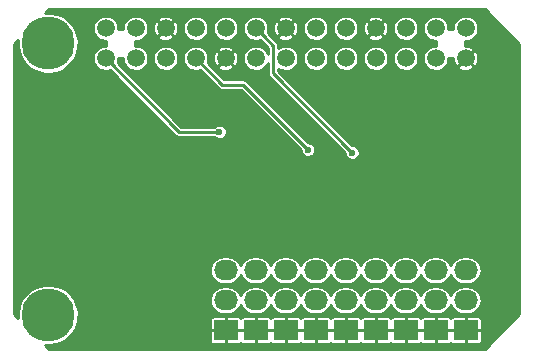
<source format=gbl>
G04 #@! TF.FileFunction,Copper,L2,Bot,Signal*
%FSLAX46Y46*%
G04 Gerber Fmt 4.6, Leading zero omitted, Abs format (unit mm)*
G04 Created by KiCad (PCBNEW 4.0.0-stable) date Thursday, March 17, 2016 'AMt' 12:56:01 AM*
%MOMM*%
G01*
G04 APERTURE LIST*
%ADD10C,0.100000*%
%ADD11C,4.500000*%
%ADD12C,1.500000*%
%ADD13R,2.032000X1.727200*%
%ADD14O,2.032000X1.727200*%
%ADD15C,0.600000*%
%ADD16C,0.250000*%
%ADD17C,0.254000*%
G04 APERTURE END LIST*
D10*
D11*
X3500000Y26500000D03*
X3500000Y3500000D03*
D12*
X8370000Y25230000D03*
X8370000Y27770000D03*
X10910000Y25230000D03*
X13450000Y25230000D03*
X15990000Y25230000D03*
X18530000Y25230000D03*
X21070000Y25230000D03*
X23610000Y25230000D03*
X26150000Y25230000D03*
X28690000Y25230000D03*
X31230000Y25230000D03*
X33770000Y25230000D03*
X36310000Y25230000D03*
X38850000Y25230000D03*
X10910000Y27770000D03*
X13450000Y27770000D03*
X15990000Y27770000D03*
X18530000Y27770000D03*
X21070000Y27770000D03*
X23610000Y27770000D03*
X26150000Y27770000D03*
X28690000Y27770000D03*
X31230000Y27770000D03*
X33770000Y27770000D03*
X36310000Y27770000D03*
X38850000Y27770000D03*
D13*
X18530000Y2200000D03*
D14*
X18530000Y4740000D03*
X18530000Y7280000D03*
D13*
X21070000Y2200000D03*
D14*
X21070000Y4740000D03*
X21070000Y7280000D03*
D13*
X23610000Y2200000D03*
D14*
X23610000Y4740000D03*
X23610000Y7280000D03*
D13*
X26150000Y2200000D03*
D14*
X26150000Y4740000D03*
X26150000Y7280000D03*
D13*
X28690000Y2200000D03*
D14*
X28690000Y4740000D03*
X28690000Y7280000D03*
D13*
X31230000Y2200000D03*
D14*
X31230000Y4740000D03*
X31230000Y7280000D03*
D13*
X33770000Y2200000D03*
D14*
X33770000Y4740000D03*
X33770000Y7280000D03*
D13*
X36310000Y2200000D03*
D14*
X36310000Y4740000D03*
X36310000Y7280000D03*
D13*
X38850000Y2200000D03*
D14*
X38850000Y4740000D03*
X38850000Y7280000D03*
D15*
X18000000Y19000000D03*
X40500000Y10500000D03*
X15000000Y13000000D03*
X27625000Y20510000D03*
X26355000Y11110000D03*
X18000000Y21000000D03*
X19500000Y13000000D03*
X6000000Y18500000D03*
X6000000Y10000000D03*
X29250000Y17250000D03*
X25500000Y17500000D03*
D16*
X18000000Y19000000D02*
X14600000Y19000000D01*
X14600000Y19000000D02*
X8370000Y25230000D01*
X29250000Y17250000D02*
X22534999Y23965001D01*
X22534999Y23965001D02*
X22534999Y26305001D01*
X22534999Y26305001D02*
X21819999Y27020001D01*
X21819999Y27020001D02*
X21070000Y27770000D01*
X18220000Y23000000D02*
X20000000Y23000000D01*
X20000000Y23000000D02*
X25500000Y17500000D01*
X15990000Y25230000D02*
X18220000Y23000000D01*
D17*
G36*
X43373000Y26447394D02*
X43373000Y3552606D01*
X40447394Y627000D01*
X3552606Y627000D01*
X3252088Y927518D01*
X3698662Y918163D01*
X4196360Y1005920D01*
X4667533Y1188677D01*
X5094236Y1459471D01*
X5460215Y1807988D01*
X5678728Y2117750D01*
X17187000Y2117750D01*
X17187000Y1304194D01*
X17199566Y1241018D01*
X17224216Y1181508D01*
X17260002Y1127950D01*
X17305549Y1082403D01*
X17359107Y1046616D01*
X17418617Y1021966D01*
X17481793Y1009400D01*
X18447750Y1009400D01*
X18529500Y1091150D01*
X18529500Y2199500D01*
X18530500Y2199500D01*
X18530500Y1091150D01*
X18612250Y1009400D01*
X19578207Y1009400D01*
X19641383Y1021966D01*
X19700893Y1046616D01*
X19754451Y1082403D01*
X19799998Y1127950D01*
X19800000Y1127953D01*
X19800002Y1127950D01*
X19845549Y1082403D01*
X19899107Y1046616D01*
X19958617Y1021966D01*
X20021793Y1009400D01*
X20987750Y1009400D01*
X21069500Y1091150D01*
X21069500Y2199500D01*
X21070500Y2199500D01*
X21070500Y1091150D01*
X21152250Y1009400D01*
X22118207Y1009400D01*
X22181383Y1021966D01*
X22240893Y1046616D01*
X22294451Y1082403D01*
X22339998Y1127950D01*
X22340000Y1127953D01*
X22340002Y1127950D01*
X22385549Y1082403D01*
X22439107Y1046616D01*
X22498617Y1021966D01*
X22561793Y1009400D01*
X23527750Y1009400D01*
X23609500Y1091150D01*
X23609500Y2199500D01*
X23610500Y2199500D01*
X23610500Y1091150D01*
X23692250Y1009400D01*
X24658207Y1009400D01*
X24721383Y1021966D01*
X24780893Y1046616D01*
X24834451Y1082403D01*
X24879998Y1127950D01*
X24880000Y1127953D01*
X24880002Y1127950D01*
X24925549Y1082403D01*
X24979107Y1046616D01*
X25038617Y1021966D01*
X25101793Y1009400D01*
X26067750Y1009400D01*
X26149500Y1091150D01*
X26149500Y2199500D01*
X26150500Y2199500D01*
X26150500Y1091150D01*
X26232250Y1009400D01*
X27198207Y1009400D01*
X27261383Y1021966D01*
X27320893Y1046616D01*
X27374451Y1082403D01*
X27419998Y1127950D01*
X27420000Y1127953D01*
X27420002Y1127950D01*
X27465549Y1082403D01*
X27519107Y1046616D01*
X27578617Y1021966D01*
X27641793Y1009400D01*
X28607750Y1009400D01*
X28689500Y1091150D01*
X28689500Y2199500D01*
X28690500Y2199500D01*
X28690500Y1091150D01*
X28772250Y1009400D01*
X29738207Y1009400D01*
X29801383Y1021966D01*
X29860893Y1046616D01*
X29914451Y1082403D01*
X29959998Y1127950D01*
X29960000Y1127953D01*
X29960002Y1127950D01*
X30005549Y1082403D01*
X30059107Y1046616D01*
X30118617Y1021966D01*
X30181793Y1009400D01*
X31147750Y1009400D01*
X31229500Y1091150D01*
X31229500Y2199500D01*
X31230500Y2199500D01*
X31230500Y1091150D01*
X31312250Y1009400D01*
X32278207Y1009400D01*
X32341383Y1021966D01*
X32400893Y1046616D01*
X32454451Y1082403D01*
X32499998Y1127950D01*
X32500000Y1127953D01*
X32500002Y1127950D01*
X32545549Y1082403D01*
X32599107Y1046616D01*
X32658617Y1021966D01*
X32721793Y1009400D01*
X33687750Y1009400D01*
X33769500Y1091150D01*
X33769500Y2199500D01*
X33770500Y2199500D01*
X33770500Y1091150D01*
X33852250Y1009400D01*
X34818207Y1009400D01*
X34881383Y1021966D01*
X34940893Y1046616D01*
X34994451Y1082403D01*
X35039998Y1127950D01*
X35040000Y1127953D01*
X35040002Y1127950D01*
X35085549Y1082403D01*
X35139107Y1046616D01*
X35198617Y1021966D01*
X35261793Y1009400D01*
X36227750Y1009400D01*
X36309500Y1091150D01*
X36309500Y2199500D01*
X36310500Y2199500D01*
X36310500Y1091150D01*
X36392250Y1009400D01*
X37358207Y1009400D01*
X37421383Y1021966D01*
X37480893Y1046616D01*
X37534451Y1082403D01*
X37579998Y1127950D01*
X37580000Y1127953D01*
X37580002Y1127950D01*
X37625549Y1082403D01*
X37679107Y1046616D01*
X37738617Y1021966D01*
X37801793Y1009400D01*
X38767750Y1009400D01*
X38849500Y1091150D01*
X38849500Y2199500D01*
X38850500Y2199500D01*
X38850500Y1091150D01*
X38932250Y1009400D01*
X39898207Y1009400D01*
X39961383Y1021966D01*
X40020893Y1046616D01*
X40074451Y1082403D01*
X40119998Y1127950D01*
X40155784Y1181508D01*
X40180434Y1241018D01*
X40193000Y1304194D01*
X40193000Y2117750D01*
X40111250Y2199500D01*
X38850500Y2199500D01*
X38849500Y2199500D01*
X37588750Y2199500D01*
X37580000Y2190750D01*
X37571250Y2199500D01*
X36310500Y2199500D01*
X36309500Y2199500D01*
X35048750Y2199500D01*
X35040000Y2190750D01*
X35031250Y2199500D01*
X33770500Y2199500D01*
X33769500Y2199500D01*
X32508750Y2199500D01*
X32500000Y2190750D01*
X32491250Y2199500D01*
X31230500Y2199500D01*
X31229500Y2199500D01*
X29968750Y2199500D01*
X29960000Y2190750D01*
X29951250Y2199500D01*
X28690500Y2199500D01*
X28689500Y2199500D01*
X27428750Y2199500D01*
X27420000Y2190750D01*
X27411250Y2199500D01*
X26150500Y2199500D01*
X26149500Y2199500D01*
X24888750Y2199500D01*
X24880000Y2190750D01*
X24871250Y2199500D01*
X23610500Y2199500D01*
X23609500Y2199500D01*
X22348750Y2199500D01*
X22340000Y2190750D01*
X22331250Y2199500D01*
X21070500Y2199500D01*
X21069500Y2199500D01*
X19808750Y2199500D01*
X19800000Y2190750D01*
X19791250Y2199500D01*
X18530500Y2199500D01*
X18529500Y2199500D01*
X17268750Y2199500D01*
X17187000Y2117750D01*
X5678728Y2117750D01*
X5751530Y2220953D01*
X5957085Y2682637D01*
X6050954Y3095806D01*
X17187000Y3095806D01*
X17187000Y2282250D01*
X17268750Y2200500D01*
X18529500Y2200500D01*
X18529500Y3308850D01*
X18530500Y3308850D01*
X18530500Y2200500D01*
X19791250Y2200500D01*
X19800000Y2209250D01*
X19808750Y2200500D01*
X21069500Y2200500D01*
X21069500Y3308850D01*
X21070500Y3308850D01*
X21070500Y2200500D01*
X22331250Y2200500D01*
X22340000Y2209250D01*
X22348750Y2200500D01*
X23609500Y2200500D01*
X23609500Y3308850D01*
X23610500Y3308850D01*
X23610500Y2200500D01*
X24871250Y2200500D01*
X24880000Y2209250D01*
X24888750Y2200500D01*
X26149500Y2200500D01*
X26149500Y3308850D01*
X26150500Y3308850D01*
X26150500Y2200500D01*
X27411250Y2200500D01*
X27420000Y2209250D01*
X27428750Y2200500D01*
X28689500Y2200500D01*
X28689500Y3308850D01*
X28690500Y3308850D01*
X28690500Y2200500D01*
X29951250Y2200500D01*
X29960000Y2209250D01*
X29968750Y2200500D01*
X31229500Y2200500D01*
X31229500Y3308850D01*
X31230500Y3308850D01*
X31230500Y2200500D01*
X32491250Y2200500D01*
X32500000Y2209250D01*
X32508750Y2200500D01*
X33769500Y2200500D01*
X33769500Y3308850D01*
X33770500Y3308850D01*
X33770500Y2200500D01*
X35031250Y2200500D01*
X35040000Y2209250D01*
X35048750Y2200500D01*
X36309500Y2200500D01*
X36309500Y3308850D01*
X36310500Y3308850D01*
X36310500Y2200500D01*
X37571250Y2200500D01*
X37580000Y2209250D01*
X37588750Y2200500D01*
X38849500Y2200500D01*
X38849500Y3308850D01*
X38850500Y3308850D01*
X38850500Y2200500D01*
X40111250Y2200500D01*
X40193000Y2282250D01*
X40193000Y3095806D01*
X40180434Y3158982D01*
X40155784Y3218492D01*
X40119998Y3272050D01*
X40074451Y3317597D01*
X40020893Y3353384D01*
X39961383Y3378034D01*
X39898207Y3390600D01*
X38932250Y3390600D01*
X38850500Y3308850D01*
X38849500Y3308850D01*
X38767750Y3390600D01*
X37801793Y3390600D01*
X37738617Y3378034D01*
X37679107Y3353384D01*
X37625549Y3317597D01*
X37580002Y3272050D01*
X37580000Y3272047D01*
X37579998Y3272050D01*
X37534451Y3317597D01*
X37480893Y3353384D01*
X37421383Y3378034D01*
X37358207Y3390600D01*
X36392250Y3390600D01*
X36310500Y3308850D01*
X36309500Y3308850D01*
X36227750Y3390600D01*
X35261793Y3390600D01*
X35198617Y3378034D01*
X35139107Y3353384D01*
X35085549Y3317597D01*
X35040002Y3272050D01*
X35040000Y3272047D01*
X35039998Y3272050D01*
X34994451Y3317597D01*
X34940893Y3353384D01*
X34881383Y3378034D01*
X34818207Y3390600D01*
X33852250Y3390600D01*
X33770500Y3308850D01*
X33769500Y3308850D01*
X33687750Y3390600D01*
X32721793Y3390600D01*
X32658617Y3378034D01*
X32599107Y3353384D01*
X32545549Y3317597D01*
X32500002Y3272050D01*
X32500000Y3272047D01*
X32499998Y3272050D01*
X32454451Y3317597D01*
X32400893Y3353384D01*
X32341383Y3378034D01*
X32278207Y3390600D01*
X31312250Y3390600D01*
X31230500Y3308850D01*
X31229500Y3308850D01*
X31147750Y3390600D01*
X30181793Y3390600D01*
X30118617Y3378034D01*
X30059107Y3353384D01*
X30005549Y3317597D01*
X29960002Y3272050D01*
X29960000Y3272047D01*
X29959998Y3272050D01*
X29914451Y3317597D01*
X29860893Y3353384D01*
X29801383Y3378034D01*
X29738207Y3390600D01*
X28772250Y3390600D01*
X28690500Y3308850D01*
X28689500Y3308850D01*
X28607750Y3390600D01*
X27641793Y3390600D01*
X27578617Y3378034D01*
X27519107Y3353384D01*
X27465549Y3317597D01*
X27420002Y3272050D01*
X27420000Y3272047D01*
X27419998Y3272050D01*
X27374451Y3317597D01*
X27320893Y3353384D01*
X27261383Y3378034D01*
X27198207Y3390600D01*
X26232250Y3390600D01*
X26150500Y3308850D01*
X26149500Y3308850D01*
X26067750Y3390600D01*
X25101793Y3390600D01*
X25038617Y3378034D01*
X24979107Y3353384D01*
X24925549Y3317597D01*
X24880002Y3272050D01*
X24880000Y3272047D01*
X24879998Y3272050D01*
X24834451Y3317597D01*
X24780893Y3353384D01*
X24721383Y3378034D01*
X24658207Y3390600D01*
X23692250Y3390600D01*
X23610500Y3308850D01*
X23609500Y3308850D01*
X23527750Y3390600D01*
X22561793Y3390600D01*
X22498617Y3378034D01*
X22439107Y3353384D01*
X22385549Y3317597D01*
X22340002Y3272050D01*
X22340000Y3272047D01*
X22339998Y3272050D01*
X22294451Y3317597D01*
X22240893Y3353384D01*
X22181383Y3378034D01*
X22118207Y3390600D01*
X21152250Y3390600D01*
X21070500Y3308850D01*
X21069500Y3308850D01*
X20987750Y3390600D01*
X20021793Y3390600D01*
X19958617Y3378034D01*
X19899107Y3353384D01*
X19845549Y3317597D01*
X19800002Y3272050D01*
X19800000Y3272047D01*
X19799998Y3272050D01*
X19754451Y3317597D01*
X19700893Y3353384D01*
X19641383Y3378034D01*
X19578207Y3390600D01*
X18612250Y3390600D01*
X18530500Y3308850D01*
X18529500Y3308850D01*
X18447750Y3390600D01*
X17481793Y3390600D01*
X17418617Y3378034D01*
X17359107Y3353384D01*
X17305549Y3317597D01*
X17260002Y3272050D01*
X17224216Y3218492D01*
X17199566Y3158982D01*
X17187000Y3095806D01*
X6050954Y3095806D01*
X6069050Y3175453D01*
X6077111Y3752688D01*
X5978949Y4248439D01*
X5786365Y4715682D01*
X5764686Y4748312D01*
X17180531Y4748312D01*
X17201591Y4516904D01*
X17267197Y4293993D01*
X17374850Y4088071D01*
X17520451Y3906981D01*
X17698452Y3757620D01*
X17902075Y3645677D01*
X18123562Y3575417D01*
X18354479Y3549516D01*
X18371102Y3549400D01*
X18688898Y3549400D01*
X18920153Y3572075D01*
X19142600Y3639235D01*
X19347766Y3748324D01*
X19527835Y3895185D01*
X19675950Y4074225D01*
X19786468Y4278624D01*
X19799413Y4320442D01*
X19807197Y4293993D01*
X19914850Y4088071D01*
X20060451Y3906981D01*
X20238452Y3757620D01*
X20442075Y3645677D01*
X20663562Y3575417D01*
X20894479Y3549516D01*
X20911102Y3549400D01*
X21228898Y3549400D01*
X21460153Y3572075D01*
X21682600Y3639235D01*
X21887766Y3748324D01*
X22067835Y3895185D01*
X22215950Y4074225D01*
X22326468Y4278624D01*
X22339413Y4320442D01*
X22347197Y4293993D01*
X22454850Y4088071D01*
X22600451Y3906981D01*
X22778452Y3757620D01*
X22982075Y3645677D01*
X23203562Y3575417D01*
X23434479Y3549516D01*
X23451102Y3549400D01*
X23768898Y3549400D01*
X24000153Y3572075D01*
X24222600Y3639235D01*
X24427766Y3748324D01*
X24607835Y3895185D01*
X24755950Y4074225D01*
X24866468Y4278624D01*
X24879413Y4320442D01*
X24887197Y4293993D01*
X24994850Y4088071D01*
X25140451Y3906981D01*
X25318452Y3757620D01*
X25522075Y3645677D01*
X25743562Y3575417D01*
X25974479Y3549516D01*
X25991102Y3549400D01*
X26308898Y3549400D01*
X26540153Y3572075D01*
X26762600Y3639235D01*
X26967766Y3748324D01*
X27147835Y3895185D01*
X27295950Y4074225D01*
X27406468Y4278624D01*
X27419413Y4320442D01*
X27427197Y4293993D01*
X27534850Y4088071D01*
X27680451Y3906981D01*
X27858452Y3757620D01*
X28062075Y3645677D01*
X28283562Y3575417D01*
X28514479Y3549516D01*
X28531102Y3549400D01*
X28848898Y3549400D01*
X29080153Y3572075D01*
X29302600Y3639235D01*
X29507766Y3748324D01*
X29687835Y3895185D01*
X29835950Y4074225D01*
X29946468Y4278624D01*
X29959413Y4320442D01*
X29967197Y4293993D01*
X30074850Y4088071D01*
X30220451Y3906981D01*
X30398452Y3757620D01*
X30602075Y3645677D01*
X30823562Y3575417D01*
X31054479Y3549516D01*
X31071102Y3549400D01*
X31388898Y3549400D01*
X31620153Y3572075D01*
X31842600Y3639235D01*
X32047766Y3748324D01*
X32227835Y3895185D01*
X32375950Y4074225D01*
X32486468Y4278624D01*
X32499413Y4320442D01*
X32507197Y4293993D01*
X32614850Y4088071D01*
X32760451Y3906981D01*
X32938452Y3757620D01*
X33142075Y3645677D01*
X33363562Y3575417D01*
X33594479Y3549516D01*
X33611102Y3549400D01*
X33928898Y3549400D01*
X34160153Y3572075D01*
X34382600Y3639235D01*
X34587766Y3748324D01*
X34767835Y3895185D01*
X34915950Y4074225D01*
X35026468Y4278624D01*
X35039413Y4320442D01*
X35047197Y4293993D01*
X35154850Y4088071D01*
X35300451Y3906981D01*
X35478452Y3757620D01*
X35682075Y3645677D01*
X35903562Y3575417D01*
X36134479Y3549516D01*
X36151102Y3549400D01*
X36468898Y3549400D01*
X36700153Y3572075D01*
X36922600Y3639235D01*
X37127766Y3748324D01*
X37307835Y3895185D01*
X37455950Y4074225D01*
X37566468Y4278624D01*
X37579413Y4320442D01*
X37587197Y4293993D01*
X37694850Y4088071D01*
X37840451Y3906981D01*
X38018452Y3757620D01*
X38222075Y3645677D01*
X38443562Y3575417D01*
X38674479Y3549516D01*
X38691102Y3549400D01*
X39008898Y3549400D01*
X39240153Y3572075D01*
X39462600Y3639235D01*
X39667766Y3748324D01*
X39847835Y3895185D01*
X39995950Y4074225D01*
X40106468Y4278624D01*
X40175180Y4500597D01*
X40199469Y4731688D01*
X40178409Y4963096D01*
X40112803Y5186007D01*
X40005150Y5391929D01*
X39859549Y5573019D01*
X39681548Y5722380D01*
X39477925Y5834323D01*
X39256438Y5904583D01*
X39025521Y5930484D01*
X39008898Y5930600D01*
X38691102Y5930600D01*
X38459847Y5907925D01*
X38237400Y5840765D01*
X38032234Y5731676D01*
X37852165Y5584815D01*
X37704050Y5405775D01*
X37593532Y5201376D01*
X37580587Y5159558D01*
X37572803Y5186007D01*
X37465150Y5391929D01*
X37319549Y5573019D01*
X37141548Y5722380D01*
X36937925Y5834323D01*
X36716438Y5904583D01*
X36485521Y5930484D01*
X36468898Y5930600D01*
X36151102Y5930600D01*
X35919847Y5907925D01*
X35697400Y5840765D01*
X35492234Y5731676D01*
X35312165Y5584815D01*
X35164050Y5405775D01*
X35053532Y5201376D01*
X35040587Y5159558D01*
X35032803Y5186007D01*
X34925150Y5391929D01*
X34779549Y5573019D01*
X34601548Y5722380D01*
X34397925Y5834323D01*
X34176438Y5904583D01*
X33945521Y5930484D01*
X33928898Y5930600D01*
X33611102Y5930600D01*
X33379847Y5907925D01*
X33157400Y5840765D01*
X32952234Y5731676D01*
X32772165Y5584815D01*
X32624050Y5405775D01*
X32513532Y5201376D01*
X32500587Y5159558D01*
X32492803Y5186007D01*
X32385150Y5391929D01*
X32239549Y5573019D01*
X32061548Y5722380D01*
X31857925Y5834323D01*
X31636438Y5904583D01*
X31405521Y5930484D01*
X31388898Y5930600D01*
X31071102Y5930600D01*
X30839847Y5907925D01*
X30617400Y5840765D01*
X30412234Y5731676D01*
X30232165Y5584815D01*
X30084050Y5405775D01*
X29973532Y5201376D01*
X29960587Y5159558D01*
X29952803Y5186007D01*
X29845150Y5391929D01*
X29699549Y5573019D01*
X29521548Y5722380D01*
X29317925Y5834323D01*
X29096438Y5904583D01*
X28865521Y5930484D01*
X28848898Y5930600D01*
X28531102Y5930600D01*
X28299847Y5907925D01*
X28077400Y5840765D01*
X27872234Y5731676D01*
X27692165Y5584815D01*
X27544050Y5405775D01*
X27433532Y5201376D01*
X27420587Y5159558D01*
X27412803Y5186007D01*
X27305150Y5391929D01*
X27159549Y5573019D01*
X26981548Y5722380D01*
X26777925Y5834323D01*
X26556438Y5904583D01*
X26325521Y5930484D01*
X26308898Y5930600D01*
X25991102Y5930600D01*
X25759847Y5907925D01*
X25537400Y5840765D01*
X25332234Y5731676D01*
X25152165Y5584815D01*
X25004050Y5405775D01*
X24893532Y5201376D01*
X24880587Y5159558D01*
X24872803Y5186007D01*
X24765150Y5391929D01*
X24619549Y5573019D01*
X24441548Y5722380D01*
X24237925Y5834323D01*
X24016438Y5904583D01*
X23785521Y5930484D01*
X23768898Y5930600D01*
X23451102Y5930600D01*
X23219847Y5907925D01*
X22997400Y5840765D01*
X22792234Y5731676D01*
X22612165Y5584815D01*
X22464050Y5405775D01*
X22353532Y5201376D01*
X22340587Y5159558D01*
X22332803Y5186007D01*
X22225150Y5391929D01*
X22079549Y5573019D01*
X21901548Y5722380D01*
X21697925Y5834323D01*
X21476438Y5904583D01*
X21245521Y5930484D01*
X21228898Y5930600D01*
X20911102Y5930600D01*
X20679847Y5907925D01*
X20457400Y5840765D01*
X20252234Y5731676D01*
X20072165Y5584815D01*
X19924050Y5405775D01*
X19813532Y5201376D01*
X19800587Y5159558D01*
X19792803Y5186007D01*
X19685150Y5391929D01*
X19539549Y5573019D01*
X19361548Y5722380D01*
X19157925Y5834323D01*
X18936438Y5904583D01*
X18705521Y5930484D01*
X18688898Y5930600D01*
X18371102Y5930600D01*
X18139847Y5907925D01*
X17917400Y5840765D01*
X17712234Y5731676D01*
X17532165Y5584815D01*
X17384050Y5405775D01*
X17273532Y5201376D01*
X17204820Y4979403D01*
X17180531Y4748312D01*
X5764686Y4748312D01*
X5506695Y5136620D01*
X5150590Y5495220D01*
X4731614Y5777823D01*
X4265727Y5973664D01*
X3770673Y6075284D01*
X3265310Y6078812D01*
X2768886Y5984114D01*
X2300309Y5794797D01*
X1877429Y5518072D01*
X1516352Y5164479D01*
X1230831Y4747486D01*
X1031742Y4282977D01*
X926669Y3788645D01*
X919613Y3283319D01*
X924856Y3254750D01*
X627000Y3552606D01*
X627000Y7288312D01*
X17180531Y7288312D01*
X17201591Y7056904D01*
X17267197Y6833993D01*
X17374850Y6628071D01*
X17520451Y6446981D01*
X17698452Y6297620D01*
X17902075Y6185677D01*
X18123562Y6115417D01*
X18354479Y6089516D01*
X18371102Y6089400D01*
X18688898Y6089400D01*
X18920153Y6112075D01*
X19142600Y6179235D01*
X19347766Y6288324D01*
X19527835Y6435185D01*
X19675950Y6614225D01*
X19786468Y6818624D01*
X19799413Y6860442D01*
X19807197Y6833993D01*
X19914850Y6628071D01*
X20060451Y6446981D01*
X20238452Y6297620D01*
X20442075Y6185677D01*
X20663562Y6115417D01*
X20894479Y6089516D01*
X20911102Y6089400D01*
X21228898Y6089400D01*
X21460153Y6112075D01*
X21682600Y6179235D01*
X21887766Y6288324D01*
X22067835Y6435185D01*
X22215950Y6614225D01*
X22326468Y6818624D01*
X22339413Y6860442D01*
X22347197Y6833993D01*
X22454850Y6628071D01*
X22600451Y6446981D01*
X22778452Y6297620D01*
X22982075Y6185677D01*
X23203562Y6115417D01*
X23434479Y6089516D01*
X23451102Y6089400D01*
X23768898Y6089400D01*
X24000153Y6112075D01*
X24222600Y6179235D01*
X24427766Y6288324D01*
X24607835Y6435185D01*
X24755950Y6614225D01*
X24866468Y6818624D01*
X24879413Y6860442D01*
X24887197Y6833993D01*
X24994850Y6628071D01*
X25140451Y6446981D01*
X25318452Y6297620D01*
X25522075Y6185677D01*
X25743562Y6115417D01*
X25974479Y6089516D01*
X25991102Y6089400D01*
X26308898Y6089400D01*
X26540153Y6112075D01*
X26762600Y6179235D01*
X26967766Y6288324D01*
X27147835Y6435185D01*
X27295950Y6614225D01*
X27406468Y6818624D01*
X27419413Y6860442D01*
X27427197Y6833993D01*
X27534850Y6628071D01*
X27680451Y6446981D01*
X27858452Y6297620D01*
X28062075Y6185677D01*
X28283562Y6115417D01*
X28514479Y6089516D01*
X28531102Y6089400D01*
X28848898Y6089400D01*
X29080153Y6112075D01*
X29302600Y6179235D01*
X29507766Y6288324D01*
X29687835Y6435185D01*
X29835950Y6614225D01*
X29946468Y6818624D01*
X29959413Y6860442D01*
X29967197Y6833993D01*
X30074850Y6628071D01*
X30220451Y6446981D01*
X30398452Y6297620D01*
X30602075Y6185677D01*
X30823562Y6115417D01*
X31054479Y6089516D01*
X31071102Y6089400D01*
X31388898Y6089400D01*
X31620153Y6112075D01*
X31842600Y6179235D01*
X32047766Y6288324D01*
X32227835Y6435185D01*
X32375950Y6614225D01*
X32486468Y6818624D01*
X32499413Y6860442D01*
X32507197Y6833993D01*
X32614850Y6628071D01*
X32760451Y6446981D01*
X32938452Y6297620D01*
X33142075Y6185677D01*
X33363562Y6115417D01*
X33594479Y6089516D01*
X33611102Y6089400D01*
X33928898Y6089400D01*
X34160153Y6112075D01*
X34382600Y6179235D01*
X34587766Y6288324D01*
X34767835Y6435185D01*
X34915950Y6614225D01*
X35026468Y6818624D01*
X35039413Y6860442D01*
X35047197Y6833993D01*
X35154850Y6628071D01*
X35300451Y6446981D01*
X35478452Y6297620D01*
X35682075Y6185677D01*
X35903562Y6115417D01*
X36134479Y6089516D01*
X36151102Y6089400D01*
X36468898Y6089400D01*
X36700153Y6112075D01*
X36922600Y6179235D01*
X37127766Y6288324D01*
X37307835Y6435185D01*
X37455950Y6614225D01*
X37566468Y6818624D01*
X37579413Y6860442D01*
X37587197Y6833993D01*
X37694850Y6628071D01*
X37840451Y6446981D01*
X38018452Y6297620D01*
X38222075Y6185677D01*
X38443562Y6115417D01*
X38674479Y6089516D01*
X38691102Y6089400D01*
X39008898Y6089400D01*
X39240153Y6112075D01*
X39462600Y6179235D01*
X39667766Y6288324D01*
X39847835Y6435185D01*
X39995950Y6614225D01*
X40106468Y6818624D01*
X40175180Y7040597D01*
X40199469Y7271688D01*
X40178409Y7503096D01*
X40112803Y7726007D01*
X40005150Y7931929D01*
X39859549Y8113019D01*
X39681548Y8262380D01*
X39477925Y8374323D01*
X39256438Y8444583D01*
X39025521Y8470484D01*
X39008898Y8470600D01*
X38691102Y8470600D01*
X38459847Y8447925D01*
X38237400Y8380765D01*
X38032234Y8271676D01*
X37852165Y8124815D01*
X37704050Y7945775D01*
X37593532Y7741376D01*
X37580587Y7699558D01*
X37572803Y7726007D01*
X37465150Y7931929D01*
X37319549Y8113019D01*
X37141548Y8262380D01*
X36937925Y8374323D01*
X36716438Y8444583D01*
X36485521Y8470484D01*
X36468898Y8470600D01*
X36151102Y8470600D01*
X35919847Y8447925D01*
X35697400Y8380765D01*
X35492234Y8271676D01*
X35312165Y8124815D01*
X35164050Y7945775D01*
X35053532Y7741376D01*
X35040587Y7699558D01*
X35032803Y7726007D01*
X34925150Y7931929D01*
X34779549Y8113019D01*
X34601548Y8262380D01*
X34397925Y8374323D01*
X34176438Y8444583D01*
X33945521Y8470484D01*
X33928898Y8470600D01*
X33611102Y8470600D01*
X33379847Y8447925D01*
X33157400Y8380765D01*
X32952234Y8271676D01*
X32772165Y8124815D01*
X32624050Y7945775D01*
X32513532Y7741376D01*
X32500587Y7699558D01*
X32492803Y7726007D01*
X32385150Y7931929D01*
X32239549Y8113019D01*
X32061548Y8262380D01*
X31857925Y8374323D01*
X31636438Y8444583D01*
X31405521Y8470484D01*
X31388898Y8470600D01*
X31071102Y8470600D01*
X30839847Y8447925D01*
X30617400Y8380765D01*
X30412234Y8271676D01*
X30232165Y8124815D01*
X30084050Y7945775D01*
X29973532Y7741376D01*
X29960587Y7699558D01*
X29952803Y7726007D01*
X29845150Y7931929D01*
X29699549Y8113019D01*
X29521548Y8262380D01*
X29317925Y8374323D01*
X29096438Y8444583D01*
X28865521Y8470484D01*
X28848898Y8470600D01*
X28531102Y8470600D01*
X28299847Y8447925D01*
X28077400Y8380765D01*
X27872234Y8271676D01*
X27692165Y8124815D01*
X27544050Y7945775D01*
X27433532Y7741376D01*
X27420587Y7699558D01*
X27412803Y7726007D01*
X27305150Y7931929D01*
X27159549Y8113019D01*
X26981548Y8262380D01*
X26777925Y8374323D01*
X26556438Y8444583D01*
X26325521Y8470484D01*
X26308898Y8470600D01*
X25991102Y8470600D01*
X25759847Y8447925D01*
X25537400Y8380765D01*
X25332234Y8271676D01*
X25152165Y8124815D01*
X25004050Y7945775D01*
X24893532Y7741376D01*
X24880587Y7699558D01*
X24872803Y7726007D01*
X24765150Y7931929D01*
X24619549Y8113019D01*
X24441548Y8262380D01*
X24237925Y8374323D01*
X24016438Y8444583D01*
X23785521Y8470484D01*
X23768898Y8470600D01*
X23451102Y8470600D01*
X23219847Y8447925D01*
X22997400Y8380765D01*
X22792234Y8271676D01*
X22612165Y8124815D01*
X22464050Y7945775D01*
X22353532Y7741376D01*
X22340587Y7699558D01*
X22332803Y7726007D01*
X22225150Y7931929D01*
X22079549Y8113019D01*
X21901548Y8262380D01*
X21697925Y8374323D01*
X21476438Y8444583D01*
X21245521Y8470484D01*
X21228898Y8470600D01*
X20911102Y8470600D01*
X20679847Y8447925D01*
X20457400Y8380765D01*
X20252234Y8271676D01*
X20072165Y8124815D01*
X19924050Y7945775D01*
X19813532Y7741376D01*
X19800587Y7699558D01*
X19792803Y7726007D01*
X19685150Y7931929D01*
X19539549Y8113019D01*
X19361548Y8262380D01*
X19157925Y8374323D01*
X18936438Y8444583D01*
X18705521Y8470484D01*
X18688898Y8470600D01*
X18371102Y8470600D01*
X18139847Y8447925D01*
X17917400Y8380765D01*
X17712234Y8271676D01*
X17532165Y8124815D01*
X17384050Y7945775D01*
X17273532Y7741376D01*
X17204820Y7519403D01*
X17180531Y7288312D01*
X627000Y7288312D01*
X627000Y26447394D01*
X926080Y26746474D01*
X919613Y26283319D01*
X1010843Y25786246D01*
X1196884Y25316359D01*
X1470650Y24891557D01*
X1821714Y24528020D01*
X2236703Y24239595D01*
X2699810Y24037269D01*
X3193397Y23928747D01*
X3698662Y23918163D01*
X4196360Y24005920D01*
X4667533Y24188677D01*
X5094236Y24459471D01*
X5460215Y24807988D01*
X5751530Y25220953D01*
X5957085Y25682637D01*
X6069050Y26175453D01*
X6077111Y26752688D01*
X5978949Y27248439D01*
X5801302Y27679443D01*
X7291584Y27679443D01*
X7329712Y27471702D01*
X7407464Y27275324D01*
X7521878Y27097787D01*
X7668598Y26945855D01*
X7842033Y26825314D01*
X8035578Y26740756D01*
X8241862Y26695402D01*
X8436425Y26691327D01*
X8424732Y26636314D01*
X8421400Y26397671D01*
X8438115Y26306597D01*
X8271916Y26307757D01*
X8064447Y26268180D01*
X7868616Y26189059D01*
X7691882Y26073408D01*
X7540978Y25925632D01*
X7421651Y25751359D01*
X7338447Y25557228D01*
X7294533Y25350633D01*
X7291584Y25139443D01*
X7329712Y24931702D01*
X7407464Y24735324D01*
X7521878Y24557787D01*
X7668598Y24405855D01*
X7842033Y24285314D01*
X8035578Y24200756D01*
X8241862Y24155402D01*
X8453026Y24150979D01*
X8661028Y24187655D01*
X8741794Y24218982D01*
X14280387Y18680388D01*
X14312669Y18653872D01*
X14344635Y18627049D01*
X14346715Y18625905D01*
X14348554Y18624395D01*
X14385382Y18604648D01*
X14421938Y18584551D01*
X14424202Y18583833D01*
X14426298Y18582709D01*
X14466200Y18570510D01*
X14506024Y18557877D01*
X14508390Y18557612D01*
X14510659Y18556918D01*
X14552142Y18552704D01*
X14593689Y18548044D01*
X14598337Y18548012D01*
X14598422Y18548003D01*
X14598501Y18548010D01*
X14600000Y18548000D01*
X17564821Y18548000D01*
X17591662Y18520205D01*
X17692632Y18450029D01*
X17805309Y18400802D01*
X17925401Y18374398D01*
X18048336Y18371823D01*
X18169429Y18393175D01*
X18284068Y18437641D01*
X18387888Y18503526D01*
X18476933Y18588323D01*
X18547811Y18688800D01*
X18597824Y18801130D01*
X18625066Y18921036D01*
X18627027Y19061481D01*
X18603144Y19182100D01*
X18556287Y19295783D01*
X18488241Y19398200D01*
X18401599Y19485450D01*
X18299659Y19554209D01*
X18186306Y19601858D01*
X18065856Y19626583D01*
X17942898Y19627441D01*
X17822115Y19604400D01*
X17708108Y19558338D01*
X17605218Y19491009D01*
X17565383Y19452000D01*
X14787225Y19452000D01*
X9382694Y24856530D01*
X9396884Y24888401D01*
X9443677Y25094363D01*
X9446499Y25296422D01*
X9495205Y25285713D01*
X9733819Y25280715D01*
X9833803Y25298345D01*
X9831584Y25139443D01*
X9869712Y24931702D01*
X9947464Y24735324D01*
X10061878Y24557787D01*
X10208598Y24405855D01*
X10382033Y24285314D01*
X10575578Y24200756D01*
X10781862Y24155402D01*
X10993026Y24150979D01*
X11201028Y24187655D01*
X11397945Y24264034D01*
X11576276Y24377206D01*
X11729228Y24522861D01*
X11850977Y24695451D01*
X11936884Y24888401D01*
X11983677Y25094363D01*
X11984306Y25139443D01*
X12371584Y25139443D01*
X12409712Y24931702D01*
X12487464Y24735324D01*
X12601878Y24557787D01*
X12748598Y24405855D01*
X12922033Y24285314D01*
X13115578Y24200756D01*
X13321862Y24155402D01*
X13533026Y24150979D01*
X13741028Y24187655D01*
X13937945Y24264034D01*
X14116276Y24377206D01*
X14269228Y24522861D01*
X14390977Y24695451D01*
X14476884Y24888401D01*
X14523677Y25094363D01*
X14524306Y25139443D01*
X14911584Y25139443D01*
X14949712Y24931702D01*
X15027464Y24735324D01*
X15141878Y24557787D01*
X15288598Y24405855D01*
X15462033Y24285314D01*
X15655578Y24200756D01*
X15861862Y24155402D01*
X16073026Y24150979D01*
X16281028Y24187655D01*
X16361794Y24218982D01*
X17900388Y22680388D01*
X17932644Y22653892D01*
X17964635Y22627049D01*
X17966715Y22625905D01*
X17968554Y22624395D01*
X18005382Y22604648D01*
X18041938Y22584551D01*
X18044202Y22583833D01*
X18046298Y22582709D01*
X18086200Y22570510D01*
X18126024Y22557877D01*
X18128390Y22557612D01*
X18130659Y22556918D01*
X18172142Y22552704D01*
X18213689Y22548044D01*
X18218337Y22548012D01*
X18218422Y22548003D01*
X18218501Y22548010D01*
X18220000Y22548000D01*
X19812776Y22548000D01*
X24872745Y17488030D01*
X24872176Y17447280D01*
X24894372Y17326339D01*
X24939637Y17212013D01*
X25006246Y17108656D01*
X25091662Y17020205D01*
X25192632Y16950029D01*
X25305309Y16900802D01*
X25425401Y16874398D01*
X25548336Y16871823D01*
X25669429Y16893175D01*
X25784068Y16937641D01*
X25887888Y17003526D01*
X25976933Y17088323D01*
X26047811Y17188800D01*
X26097824Y17301130D01*
X26125066Y17421036D01*
X26127027Y17561481D01*
X26103144Y17682100D01*
X26056287Y17795783D01*
X25988241Y17898200D01*
X25901599Y17985450D01*
X25799659Y18054209D01*
X25686306Y18101858D01*
X25565856Y18126583D01*
X25512268Y18126957D01*
X20319612Y23319612D01*
X20287356Y23346108D01*
X20255365Y23372951D01*
X20253285Y23374095D01*
X20251446Y23375605D01*
X20214637Y23395342D01*
X20178062Y23415449D01*
X20175795Y23416168D01*
X20173701Y23417291D01*
X20133814Y23429485D01*
X20093976Y23442123D01*
X20091610Y23442388D01*
X20089341Y23443082D01*
X20047813Y23447301D01*
X20006311Y23451956D01*
X20001673Y23451988D01*
X20001578Y23451998D01*
X20001489Y23451990D01*
X20000000Y23452000D01*
X18407224Y23452000D01*
X17337010Y24522214D01*
X17822921Y24522214D01*
X17894297Y24354179D01*
X18077376Y24246988D01*
X18277849Y24177574D01*
X18488013Y24148604D01*
X18699789Y24161191D01*
X18905041Y24214852D01*
X19095880Y24307525D01*
X19165703Y24354179D01*
X19237079Y24522214D01*
X18530000Y25229293D01*
X17822921Y24522214D01*
X17337010Y24522214D01*
X17002694Y24856530D01*
X17016884Y24888401D01*
X17063677Y25094363D01*
X17066157Y25271987D01*
X17448604Y25271987D01*
X17461191Y25060211D01*
X17514852Y24854959D01*
X17607525Y24664120D01*
X17654179Y24594297D01*
X17822214Y24522921D01*
X18529293Y25230000D01*
X18530707Y25230000D01*
X19237786Y24522921D01*
X19405821Y24594297D01*
X19513012Y24777376D01*
X19582426Y24977849D01*
X19611396Y25188013D01*
X19598809Y25399789D01*
X19545148Y25605041D01*
X19452475Y25795880D01*
X19405821Y25865703D01*
X19237786Y25937079D01*
X18530707Y25230000D01*
X18529293Y25230000D01*
X17822214Y25937079D01*
X17654179Y25865703D01*
X17546988Y25682624D01*
X17477574Y25482151D01*
X17448604Y25271987D01*
X17066157Y25271987D01*
X17067046Y25335605D01*
X17026022Y25542793D01*
X16945536Y25738067D01*
X16828653Y25913989D01*
X16805022Y25937786D01*
X17822921Y25937786D01*
X18530000Y25230707D01*
X19237079Y25937786D01*
X19165703Y26105821D01*
X18982624Y26213012D01*
X18782151Y26282426D01*
X18571987Y26311396D01*
X18360211Y26298809D01*
X18154959Y26245148D01*
X17964120Y26152475D01*
X17894297Y26105821D01*
X17822921Y25937786D01*
X16805022Y25937786D01*
X16679827Y26063858D01*
X16504726Y26181965D01*
X16310019Y26263813D01*
X16103122Y26306283D01*
X15891916Y26307757D01*
X15684447Y26268180D01*
X15488616Y26189059D01*
X15311882Y26073408D01*
X15160978Y25925632D01*
X15041651Y25751359D01*
X14958447Y25557228D01*
X14914533Y25350633D01*
X14911584Y25139443D01*
X14524306Y25139443D01*
X14527046Y25335605D01*
X14486022Y25542793D01*
X14405536Y25738067D01*
X14288653Y25913989D01*
X14139827Y26063858D01*
X13964726Y26181965D01*
X13770019Y26263813D01*
X13563122Y26306283D01*
X13351916Y26307757D01*
X13144447Y26268180D01*
X12948616Y26189059D01*
X12771882Y26073408D01*
X12620978Y25925632D01*
X12501651Y25751359D01*
X12418447Y25557228D01*
X12374533Y25350633D01*
X12371584Y25139443D01*
X11984306Y25139443D01*
X11987046Y25335605D01*
X11946022Y25542793D01*
X11865536Y25738067D01*
X11748653Y25913989D01*
X11599827Y26063858D01*
X11424726Y26181965D01*
X11230019Y26263813D01*
X11023122Y26306283D01*
X10844340Y26307531D01*
X10853246Y26346731D01*
X10857053Y26619333D01*
X10842241Y26694137D01*
X10993026Y26690979D01*
X11201028Y26727655D01*
X11397945Y26804034D01*
X11576276Y26917206D01*
X11728548Y27062214D01*
X12742921Y27062214D01*
X12814297Y26894179D01*
X12997376Y26786988D01*
X13197849Y26717574D01*
X13408013Y26688604D01*
X13619789Y26701191D01*
X13825041Y26754852D01*
X14015880Y26847525D01*
X14085703Y26894179D01*
X14157079Y27062214D01*
X13450000Y27769293D01*
X12742921Y27062214D01*
X11728548Y27062214D01*
X11729228Y27062861D01*
X11850977Y27235451D01*
X11936884Y27428401D01*
X11983677Y27634363D01*
X11986157Y27811987D01*
X12368604Y27811987D01*
X12381191Y27600211D01*
X12434852Y27394959D01*
X12527525Y27204120D01*
X12574179Y27134297D01*
X12742214Y27062921D01*
X13449293Y27770000D01*
X13450707Y27770000D01*
X14157786Y27062921D01*
X14325821Y27134297D01*
X14433012Y27317376D01*
X14502426Y27517849D01*
X14524700Y27679443D01*
X14911584Y27679443D01*
X14949712Y27471702D01*
X15027464Y27275324D01*
X15141878Y27097787D01*
X15288598Y26945855D01*
X15462033Y26825314D01*
X15655578Y26740756D01*
X15861862Y26695402D01*
X16073026Y26690979D01*
X16281028Y26727655D01*
X16477945Y26804034D01*
X16656276Y26917206D01*
X16809228Y27062861D01*
X16930977Y27235451D01*
X17016884Y27428401D01*
X17063677Y27634363D01*
X17064306Y27679443D01*
X17451584Y27679443D01*
X17489712Y27471702D01*
X17567464Y27275324D01*
X17681878Y27097787D01*
X17828598Y26945855D01*
X18002033Y26825314D01*
X18195578Y26740756D01*
X18401862Y26695402D01*
X18613026Y26690979D01*
X18821028Y26727655D01*
X19017945Y26804034D01*
X19196276Y26917206D01*
X19349228Y27062861D01*
X19470977Y27235451D01*
X19556884Y27428401D01*
X19603677Y27634363D01*
X19604306Y27679443D01*
X19991584Y27679443D01*
X20029712Y27471702D01*
X20107464Y27275324D01*
X20221878Y27097787D01*
X20368598Y26945855D01*
X20542033Y26825314D01*
X20735578Y26740756D01*
X20941862Y26695402D01*
X21153026Y26690979D01*
X21361028Y26727655D01*
X21441794Y26758982D01*
X22082999Y26117777D01*
X22082999Y25598651D01*
X22025536Y25738067D01*
X21908653Y25913989D01*
X21759827Y26063858D01*
X21584726Y26181965D01*
X21390019Y26263813D01*
X21183122Y26306283D01*
X20971916Y26307757D01*
X20764447Y26268180D01*
X20568616Y26189059D01*
X20391882Y26073408D01*
X20240978Y25925632D01*
X20121651Y25751359D01*
X20038447Y25557228D01*
X19994533Y25350633D01*
X19991584Y25139443D01*
X20029712Y24931702D01*
X20107464Y24735324D01*
X20221878Y24557787D01*
X20368598Y24405855D01*
X20542033Y24285314D01*
X20735578Y24200756D01*
X20941862Y24155402D01*
X21153026Y24150979D01*
X21361028Y24187655D01*
X21557945Y24264034D01*
X21736276Y24377206D01*
X21889228Y24522861D01*
X22010977Y24695451D01*
X22082999Y24857215D01*
X22082999Y23965001D01*
X22087070Y23923483D01*
X22090712Y23881855D01*
X22091375Y23879573D01*
X22091607Y23877207D01*
X22103675Y23837237D01*
X22115323Y23797143D01*
X22116417Y23795033D01*
X22117104Y23792757D01*
X22136700Y23755904D01*
X22155920Y23718824D01*
X22157404Y23716965D01*
X22158519Y23714868D01*
X22184886Y23682538D01*
X22210955Y23649882D01*
X22214215Y23646577D01*
X22214273Y23646506D01*
X22214339Y23646451D01*
X22215387Y23645389D01*
X28622745Y17238030D01*
X28622176Y17197280D01*
X28644372Y17076339D01*
X28689637Y16962013D01*
X28756246Y16858656D01*
X28841662Y16770205D01*
X28942632Y16700029D01*
X29055309Y16650802D01*
X29175401Y16624398D01*
X29298336Y16621823D01*
X29419429Y16643175D01*
X29534068Y16687641D01*
X29637888Y16753526D01*
X29726933Y16838323D01*
X29797811Y16938800D01*
X29847824Y17051130D01*
X29875066Y17171036D01*
X29877027Y17311481D01*
X29853144Y17432100D01*
X29806287Y17545783D01*
X29738241Y17648200D01*
X29651599Y17735450D01*
X29549659Y17804209D01*
X29436306Y17851858D01*
X29315856Y17876583D01*
X29262268Y17876957D01*
X22986999Y24152225D01*
X22986999Y24351365D01*
X23082033Y24285314D01*
X23275578Y24200756D01*
X23481862Y24155402D01*
X23693026Y24150979D01*
X23901028Y24187655D01*
X24097945Y24264034D01*
X24276276Y24377206D01*
X24429228Y24522861D01*
X24550977Y24695451D01*
X24636884Y24888401D01*
X24683677Y25094363D01*
X24684306Y25139443D01*
X25071584Y25139443D01*
X25109712Y24931702D01*
X25187464Y24735324D01*
X25301878Y24557787D01*
X25448598Y24405855D01*
X25622033Y24285314D01*
X25815578Y24200756D01*
X26021862Y24155402D01*
X26233026Y24150979D01*
X26441028Y24187655D01*
X26637945Y24264034D01*
X26816276Y24377206D01*
X26969228Y24522861D01*
X27090977Y24695451D01*
X27176884Y24888401D01*
X27223677Y25094363D01*
X27224306Y25139443D01*
X27611584Y25139443D01*
X27649712Y24931702D01*
X27727464Y24735324D01*
X27841878Y24557787D01*
X27988598Y24405855D01*
X28162033Y24285314D01*
X28355578Y24200756D01*
X28561862Y24155402D01*
X28773026Y24150979D01*
X28981028Y24187655D01*
X29177945Y24264034D01*
X29356276Y24377206D01*
X29509228Y24522861D01*
X29630977Y24695451D01*
X29716884Y24888401D01*
X29763677Y25094363D01*
X29764306Y25139443D01*
X30151584Y25139443D01*
X30189712Y24931702D01*
X30267464Y24735324D01*
X30381878Y24557787D01*
X30528598Y24405855D01*
X30702033Y24285314D01*
X30895578Y24200756D01*
X31101862Y24155402D01*
X31313026Y24150979D01*
X31521028Y24187655D01*
X31717945Y24264034D01*
X31896276Y24377206D01*
X32049228Y24522861D01*
X32170977Y24695451D01*
X32256884Y24888401D01*
X32303677Y25094363D01*
X32304306Y25139443D01*
X32691584Y25139443D01*
X32729712Y24931702D01*
X32807464Y24735324D01*
X32921878Y24557787D01*
X33068598Y24405855D01*
X33242033Y24285314D01*
X33435578Y24200756D01*
X33641862Y24155402D01*
X33853026Y24150979D01*
X34061028Y24187655D01*
X34257945Y24264034D01*
X34436276Y24377206D01*
X34589228Y24522861D01*
X34710977Y24695451D01*
X34796884Y24888401D01*
X34843677Y25094363D01*
X34847046Y25335605D01*
X34806022Y25542793D01*
X34725536Y25738067D01*
X34608653Y25913989D01*
X34459827Y26063858D01*
X34284726Y26181965D01*
X34090019Y26263813D01*
X33883122Y26306283D01*
X33671916Y26307757D01*
X33464447Y26268180D01*
X33268616Y26189059D01*
X33091882Y26073408D01*
X32940978Y25925632D01*
X32821651Y25751359D01*
X32738447Y25557228D01*
X32694533Y25350633D01*
X32691584Y25139443D01*
X32304306Y25139443D01*
X32307046Y25335605D01*
X32266022Y25542793D01*
X32185536Y25738067D01*
X32068653Y25913989D01*
X31919827Y26063858D01*
X31744726Y26181965D01*
X31550019Y26263813D01*
X31343122Y26306283D01*
X31131916Y26307757D01*
X30924447Y26268180D01*
X30728616Y26189059D01*
X30551882Y26073408D01*
X30400978Y25925632D01*
X30281651Y25751359D01*
X30198447Y25557228D01*
X30154533Y25350633D01*
X30151584Y25139443D01*
X29764306Y25139443D01*
X29767046Y25335605D01*
X29726022Y25542793D01*
X29645536Y25738067D01*
X29528653Y25913989D01*
X29379827Y26063858D01*
X29204726Y26181965D01*
X29010019Y26263813D01*
X28803122Y26306283D01*
X28591916Y26307757D01*
X28384447Y26268180D01*
X28188616Y26189059D01*
X28011882Y26073408D01*
X27860978Y25925632D01*
X27741651Y25751359D01*
X27658447Y25557228D01*
X27614533Y25350633D01*
X27611584Y25139443D01*
X27224306Y25139443D01*
X27227046Y25335605D01*
X27186022Y25542793D01*
X27105536Y25738067D01*
X26988653Y25913989D01*
X26839827Y26063858D01*
X26664726Y26181965D01*
X26470019Y26263813D01*
X26263122Y26306283D01*
X26051916Y26307757D01*
X25844447Y26268180D01*
X25648616Y26189059D01*
X25471882Y26073408D01*
X25320978Y25925632D01*
X25201651Y25751359D01*
X25118447Y25557228D01*
X25074533Y25350633D01*
X25071584Y25139443D01*
X24684306Y25139443D01*
X24687046Y25335605D01*
X24646022Y25542793D01*
X24565536Y25738067D01*
X24448653Y25913989D01*
X24299827Y26063858D01*
X24124726Y26181965D01*
X23930019Y26263813D01*
X23723122Y26306283D01*
X23511916Y26307757D01*
X23304447Y26268180D01*
X23108616Y26189059D01*
X22986999Y26109475D01*
X22986999Y26305001D01*
X22982928Y26346523D01*
X22979286Y26388147D01*
X22978623Y26390429D01*
X22978391Y26392795D01*
X22966323Y26432765D01*
X22954675Y26472859D01*
X22953581Y26474969D01*
X22952894Y26477245D01*
X22933298Y26514098D01*
X22914078Y26551178D01*
X22912594Y26553037D01*
X22911479Y26555134D01*
X22885092Y26587488D01*
X22859043Y26620119D01*
X22855784Y26623423D01*
X22855725Y26623496D01*
X22855658Y26623552D01*
X22854611Y26624613D01*
X22417010Y27062214D01*
X22902921Y27062214D01*
X22974297Y26894179D01*
X23157376Y26786988D01*
X23357849Y26717574D01*
X23568013Y26688604D01*
X23779789Y26701191D01*
X23985041Y26754852D01*
X24175880Y26847525D01*
X24245703Y26894179D01*
X24317079Y27062214D01*
X23610000Y27769293D01*
X22902921Y27062214D01*
X22417010Y27062214D01*
X22082694Y27396530D01*
X22096884Y27428401D01*
X22143677Y27634363D01*
X22146157Y27811987D01*
X22528604Y27811987D01*
X22541191Y27600211D01*
X22594852Y27394959D01*
X22687525Y27204120D01*
X22734179Y27134297D01*
X22902214Y27062921D01*
X23609293Y27770000D01*
X23610707Y27770000D01*
X24317786Y27062921D01*
X24485821Y27134297D01*
X24593012Y27317376D01*
X24662426Y27517849D01*
X24684700Y27679443D01*
X25071584Y27679443D01*
X25109712Y27471702D01*
X25187464Y27275324D01*
X25301878Y27097787D01*
X25448598Y26945855D01*
X25622033Y26825314D01*
X25815578Y26740756D01*
X26021862Y26695402D01*
X26233026Y26690979D01*
X26441028Y26727655D01*
X26637945Y26804034D01*
X26816276Y26917206D01*
X26969228Y27062861D01*
X27090977Y27235451D01*
X27176884Y27428401D01*
X27223677Y27634363D01*
X27224306Y27679443D01*
X27611584Y27679443D01*
X27649712Y27471702D01*
X27727464Y27275324D01*
X27841878Y27097787D01*
X27988598Y26945855D01*
X28162033Y26825314D01*
X28355578Y26740756D01*
X28561862Y26695402D01*
X28773026Y26690979D01*
X28981028Y26727655D01*
X29177945Y26804034D01*
X29356276Y26917206D01*
X29508548Y27062214D01*
X30522921Y27062214D01*
X30594297Y26894179D01*
X30777376Y26786988D01*
X30977849Y26717574D01*
X31188013Y26688604D01*
X31399789Y26701191D01*
X31605041Y26754852D01*
X31795880Y26847525D01*
X31865703Y26894179D01*
X31937079Y27062214D01*
X31230000Y27769293D01*
X30522921Y27062214D01*
X29508548Y27062214D01*
X29509228Y27062861D01*
X29630977Y27235451D01*
X29716884Y27428401D01*
X29763677Y27634363D01*
X29766157Y27811987D01*
X30148604Y27811987D01*
X30161191Y27600211D01*
X30214852Y27394959D01*
X30307525Y27204120D01*
X30354179Y27134297D01*
X30522214Y27062921D01*
X31229293Y27770000D01*
X31230707Y27770000D01*
X31937786Y27062921D01*
X32105821Y27134297D01*
X32213012Y27317376D01*
X32282426Y27517849D01*
X32304700Y27679443D01*
X32691584Y27679443D01*
X32729712Y27471702D01*
X32807464Y27275324D01*
X32921878Y27097787D01*
X33068598Y26945855D01*
X33242033Y26825314D01*
X33435578Y26740756D01*
X33641862Y26695402D01*
X33853026Y26690979D01*
X34061028Y26727655D01*
X34257945Y26804034D01*
X34436276Y26917206D01*
X34589228Y27062861D01*
X34710977Y27235451D01*
X34796884Y27428401D01*
X34843677Y27634363D01*
X34844306Y27679443D01*
X35231584Y27679443D01*
X35269712Y27471702D01*
X35347464Y27275324D01*
X35461878Y27097787D01*
X35608598Y26945855D01*
X35782033Y26825314D01*
X35975578Y26740756D01*
X36181862Y26695402D01*
X36376425Y26691327D01*
X36364732Y26636314D01*
X36361400Y26397671D01*
X36378115Y26306597D01*
X36211916Y26307757D01*
X36004447Y26268180D01*
X35808616Y26189059D01*
X35631882Y26073408D01*
X35480978Y25925632D01*
X35361651Y25751359D01*
X35278447Y25557228D01*
X35234533Y25350633D01*
X35231584Y25139443D01*
X35269712Y24931702D01*
X35347464Y24735324D01*
X35461878Y24557787D01*
X35608598Y24405855D01*
X35782033Y24285314D01*
X35975578Y24200756D01*
X36181862Y24155402D01*
X36393026Y24150979D01*
X36601028Y24187655D01*
X36797945Y24264034D01*
X36976276Y24377206D01*
X37128548Y24522214D01*
X38142921Y24522214D01*
X38214297Y24354179D01*
X38397376Y24246988D01*
X38597849Y24177574D01*
X38808013Y24148604D01*
X39019789Y24161191D01*
X39225041Y24214852D01*
X39415880Y24307525D01*
X39485703Y24354179D01*
X39557079Y24522214D01*
X38850000Y25229293D01*
X38142921Y24522214D01*
X37128548Y24522214D01*
X37129228Y24522861D01*
X37250977Y24695451D01*
X37336884Y24888401D01*
X37383677Y25094363D01*
X37386499Y25296422D01*
X37435205Y25285713D01*
X37673819Y25280715D01*
X37772198Y25298062D01*
X37768604Y25271987D01*
X37781191Y25060211D01*
X37834852Y24854959D01*
X37927525Y24664120D01*
X37974179Y24594297D01*
X38142214Y24522921D01*
X38849293Y25230000D01*
X38850707Y25230000D01*
X39557786Y24522921D01*
X39725821Y24594297D01*
X39833012Y24777376D01*
X39902426Y24977849D01*
X39931396Y25188013D01*
X39918809Y25399789D01*
X39865148Y25605041D01*
X39772475Y25795880D01*
X39725821Y25865703D01*
X39557786Y25937079D01*
X38850707Y25230000D01*
X38849293Y25230000D01*
X38835151Y25244142D01*
X38835858Y25244849D01*
X38850000Y25230707D01*
X39557079Y25937786D01*
X39485703Y26105821D01*
X39302624Y26213012D01*
X39102151Y26282426D01*
X38891987Y26311396D01*
X38783757Y26304963D01*
X38793246Y26346731D01*
X38797053Y26619333D01*
X38782241Y26694137D01*
X38933026Y26690979D01*
X39141028Y26727655D01*
X39337945Y26804034D01*
X39516276Y26917206D01*
X39669228Y27062861D01*
X39790977Y27235451D01*
X39876884Y27428401D01*
X39923677Y27634363D01*
X39927046Y27875605D01*
X39886022Y28082793D01*
X39805536Y28278067D01*
X39688653Y28453989D01*
X39539827Y28603858D01*
X39364726Y28721965D01*
X39170019Y28803813D01*
X38963122Y28846283D01*
X38751916Y28847757D01*
X38544447Y28808180D01*
X38348616Y28729059D01*
X38171882Y28613408D01*
X38020978Y28465632D01*
X37901651Y28291359D01*
X37818447Y28097228D01*
X37774533Y27890633D01*
X37771913Y27703035D01*
X37707827Y27716190D01*
X37469166Y27717856D01*
X37384618Y27701728D01*
X37387046Y27875605D01*
X37346022Y28082793D01*
X37265536Y28278067D01*
X37148653Y28453989D01*
X36999827Y28603858D01*
X36824726Y28721965D01*
X36630019Y28803813D01*
X36423122Y28846283D01*
X36211916Y28847757D01*
X36004447Y28808180D01*
X35808616Y28729059D01*
X35631882Y28613408D01*
X35480978Y28465632D01*
X35361651Y28291359D01*
X35278447Y28097228D01*
X35234533Y27890633D01*
X35231584Y27679443D01*
X34844306Y27679443D01*
X34847046Y27875605D01*
X34806022Y28082793D01*
X34725536Y28278067D01*
X34608653Y28453989D01*
X34459827Y28603858D01*
X34284726Y28721965D01*
X34090019Y28803813D01*
X33883122Y28846283D01*
X33671916Y28847757D01*
X33464447Y28808180D01*
X33268616Y28729059D01*
X33091882Y28613408D01*
X32940978Y28465632D01*
X32821651Y28291359D01*
X32738447Y28097228D01*
X32694533Y27890633D01*
X32691584Y27679443D01*
X32304700Y27679443D01*
X32311396Y27728013D01*
X32298809Y27939789D01*
X32245148Y28145041D01*
X32152475Y28335880D01*
X32105821Y28405703D01*
X31937786Y28477079D01*
X31230707Y27770000D01*
X31229293Y27770000D01*
X30522214Y28477079D01*
X30354179Y28405703D01*
X30246988Y28222624D01*
X30177574Y28022151D01*
X30148604Y27811987D01*
X29766157Y27811987D01*
X29767046Y27875605D01*
X29726022Y28082793D01*
X29645536Y28278067D01*
X29528653Y28453989D01*
X29505022Y28477786D01*
X30522921Y28477786D01*
X31230000Y27770707D01*
X31937079Y28477786D01*
X31865703Y28645821D01*
X31682624Y28753012D01*
X31482151Y28822426D01*
X31271987Y28851396D01*
X31060211Y28838809D01*
X30854959Y28785148D01*
X30664120Y28692475D01*
X30594297Y28645821D01*
X30522921Y28477786D01*
X29505022Y28477786D01*
X29379827Y28603858D01*
X29204726Y28721965D01*
X29010019Y28803813D01*
X28803122Y28846283D01*
X28591916Y28847757D01*
X28384447Y28808180D01*
X28188616Y28729059D01*
X28011882Y28613408D01*
X27860978Y28465632D01*
X27741651Y28291359D01*
X27658447Y28097228D01*
X27614533Y27890633D01*
X27611584Y27679443D01*
X27224306Y27679443D01*
X27227046Y27875605D01*
X27186022Y28082793D01*
X27105536Y28278067D01*
X26988653Y28453989D01*
X26839827Y28603858D01*
X26664726Y28721965D01*
X26470019Y28803813D01*
X26263122Y28846283D01*
X26051916Y28847757D01*
X25844447Y28808180D01*
X25648616Y28729059D01*
X25471882Y28613408D01*
X25320978Y28465632D01*
X25201651Y28291359D01*
X25118447Y28097228D01*
X25074533Y27890633D01*
X25071584Y27679443D01*
X24684700Y27679443D01*
X24691396Y27728013D01*
X24678809Y27939789D01*
X24625148Y28145041D01*
X24532475Y28335880D01*
X24485821Y28405703D01*
X24317786Y28477079D01*
X23610707Y27770000D01*
X23609293Y27770000D01*
X22902214Y28477079D01*
X22734179Y28405703D01*
X22626988Y28222624D01*
X22557574Y28022151D01*
X22528604Y27811987D01*
X22146157Y27811987D01*
X22147046Y27875605D01*
X22106022Y28082793D01*
X22025536Y28278067D01*
X21908653Y28453989D01*
X21885022Y28477786D01*
X22902921Y28477786D01*
X23610000Y27770707D01*
X24317079Y28477786D01*
X24245703Y28645821D01*
X24062624Y28753012D01*
X23862151Y28822426D01*
X23651987Y28851396D01*
X23440211Y28838809D01*
X23234959Y28785148D01*
X23044120Y28692475D01*
X22974297Y28645821D01*
X22902921Y28477786D01*
X21885022Y28477786D01*
X21759827Y28603858D01*
X21584726Y28721965D01*
X21390019Y28803813D01*
X21183122Y28846283D01*
X20971916Y28847757D01*
X20764447Y28808180D01*
X20568616Y28729059D01*
X20391882Y28613408D01*
X20240978Y28465632D01*
X20121651Y28291359D01*
X20038447Y28097228D01*
X19994533Y27890633D01*
X19991584Y27679443D01*
X19604306Y27679443D01*
X19607046Y27875605D01*
X19566022Y28082793D01*
X19485536Y28278067D01*
X19368653Y28453989D01*
X19219827Y28603858D01*
X19044726Y28721965D01*
X18850019Y28803813D01*
X18643122Y28846283D01*
X18431916Y28847757D01*
X18224447Y28808180D01*
X18028616Y28729059D01*
X17851882Y28613408D01*
X17700978Y28465632D01*
X17581651Y28291359D01*
X17498447Y28097228D01*
X17454533Y27890633D01*
X17451584Y27679443D01*
X17064306Y27679443D01*
X17067046Y27875605D01*
X17026022Y28082793D01*
X16945536Y28278067D01*
X16828653Y28453989D01*
X16679827Y28603858D01*
X16504726Y28721965D01*
X16310019Y28803813D01*
X16103122Y28846283D01*
X15891916Y28847757D01*
X15684447Y28808180D01*
X15488616Y28729059D01*
X15311882Y28613408D01*
X15160978Y28465632D01*
X15041651Y28291359D01*
X14958447Y28097228D01*
X14914533Y27890633D01*
X14911584Y27679443D01*
X14524700Y27679443D01*
X14531396Y27728013D01*
X14518809Y27939789D01*
X14465148Y28145041D01*
X14372475Y28335880D01*
X14325821Y28405703D01*
X14157786Y28477079D01*
X13450707Y27770000D01*
X13449293Y27770000D01*
X12742214Y28477079D01*
X12574179Y28405703D01*
X12466988Y28222624D01*
X12397574Y28022151D01*
X12368604Y27811987D01*
X11986157Y27811987D01*
X11987046Y27875605D01*
X11946022Y28082793D01*
X11865536Y28278067D01*
X11748653Y28453989D01*
X11725022Y28477786D01*
X12742921Y28477786D01*
X13450000Y27770707D01*
X14157079Y28477786D01*
X14085703Y28645821D01*
X13902624Y28753012D01*
X13702151Y28822426D01*
X13491987Y28851396D01*
X13280211Y28838809D01*
X13074959Y28785148D01*
X12884120Y28692475D01*
X12814297Y28645821D01*
X12742921Y28477786D01*
X11725022Y28477786D01*
X11599827Y28603858D01*
X11424726Y28721965D01*
X11230019Y28803813D01*
X11023122Y28846283D01*
X10811916Y28847757D01*
X10604447Y28808180D01*
X10408616Y28729059D01*
X10231882Y28613408D01*
X10080978Y28465632D01*
X9961651Y28291359D01*
X9878447Y28097228D01*
X9834533Y27890633D01*
X9831913Y27703035D01*
X9767827Y27716190D01*
X9529166Y27717856D01*
X9444618Y27701728D01*
X9447046Y27875605D01*
X9406022Y28082793D01*
X9325536Y28278067D01*
X9208653Y28453989D01*
X9059827Y28603858D01*
X8884726Y28721965D01*
X8690019Y28803813D01*
X8483122Y28846283D01*
X8271916Y28847757D01*
X8064447Y28808180D01*
X7868616Y28729059D01*
X7691882Y28613408D01*
X7540978Y28465632D01*
X7421651Y28291359D01*
X7338447Y28097228D01*
X7294533Y27890633D01*
X7291584Y27679443D01*
X5801302Y27679443D01*
X5786365Y27715682D01*
X5506695Y28136620D01*
X5150590Y28495220D01*
X4731614Y28777823D01*
X4265727Y28973664D01*
X3770673Y29075284D01*
X3265310Y29078812D01*
X3256793Y29077187D01*
X3552606Y29373000D01*
X40447394Y29373000D01*
X43373000Y26447394D01*
X43373000Y26447394D01*
G37*
X43373000Y26447394D02*
X43373000Y3552606D01*
X40447394Y627000D01*
X3552606Y627000D01*
X3252088Y927518D01*
X3698662Y918163D01*
X4196360Y1005920D01*
X4667533Y1188677D01*
X5094236Y1459471D01*
X5460215Y1807988D01*
X5678728Y2117750D01*
X17187000Y2117750D01*
X17187000Y1304194D01*
X17199566Y1241018D01*
X17224216Y1181508D01*
X17260002Y1127950D01*
X17305549Y1082403D01*
X17359107Y1046616D01*
X17418617Y1021966D01*
X17481793Y1009400D01*
X18447750Y1009400D01*
X18529500Y1091150D01*
X18529500Y2199500D01*
X18530500Y2199500D01*
X18530500Y1091150D01*
X18612250Y1009400D01*
X19578207Y1009400D01*
X19641383Y1021966D01*
X19700893Y1046616D01*
X19754451Y1082403D01*
X19799998Y1127950D01*
X19800000Y1127953D01*
X19800002Y1127950D01*
X19845549Y1082403D01*
X19899107Y1046616D01*
X19958617Y1021966D01*
X20021793Y1009400D01*
X20987750Y1009400D01*
X21069500Y1091150D01*
X21069500Y2199500D01*
X21070500Y2199500D01*
X21070500Y1091150D01*
X21152250Y1009400D01*
X22118207Y1009400D01*
X22181383Y1021966D01*
X22240893Y1046616D01*
X22294451Y1082403D01*
X22339998Y1127950D01*
X22340000Y1127953D01*
X22340002Y1127950D01*
X22385549Y1082403D01*
X22439107Y1046616D01*
X22498617Y1021966D01*
X22561793Y1009400D01*
X23527750Y1009400D01*
X23609500Y1091150D01*
X23609500Y2199500D01*
X23610500Y2199500D01*
X23610500Y1091150D01*
X23692250Y1009400D01*
X24658207Y1009400D01*
X24721383Y1021966D01*
X24780893Y1046616D01*
X24834451Y1082403D01*
X24879998Y1127950D01*
X24880000Y1127953D01*
X24880002Y1127950D01*
X24925549Y1082403D01*
X24979107Y1046616D01*
X25038617Y1021966D01*
X25101793Y1009400D01*
X26067750Y1009400D01*
X26149500Y1091150D01*
X26149500Y2199500D01*
X26150500Y2199500D01*
X26150500Y1091150D01*
X26232250Y1009400D01*
X27198207Y1009400D01*
X27261383Y1021966D01*
X27320893Y1046616D01*
X27374451Y1082403D01*
X27419998Y1127950D01*
X27420000Y1127953D01*
X27420002Y1127950D01*
X27465549Y1082403D01*
X27519107Y1046616D01*
X27578617Y1021966D01*
X27641793Y1009400D01*
X28607750Y1009400D01*
X28689500Y1091150D01*
X28689500Y2199500D01*
X28690500Y2199500D01*
X28690500Y1091150D01*
X28772250Y1009400D01*
X29738207Y1009400D01*
X29801383Y1021966D01*
X29860893Y1046616D01*
X29914451Y1082403D01*
X29959998Y1127950D01*
X29960000Y1127953D01*
X29960002Y1127950D01*
X30005549Y1082403D01*
X30059107Y1046616D01*
X30118617Y1021966D01*
X30181793Y1009400D01*
X31147750Y1009400D01*
X31229500Y1091150D01*
X31229500Y2199500D01*
X31230500Y2199500D01*
X31230500Y1091150D01*
X31312250Y1009400D01*
X32278207Y1009400D01*
X32341383Y1021966D01*
X32400893Y1046616D01*
X32454451Y1082403D01*
X32499998Y1127950D01*
X32500000Y1127953D01*
X32500002Y1127950D01*
X32545549Y1082403D01*
X32599107Y1046616D01*
X32658617Y1021966D01*
X32721793Y1009400D01*
X33687750Y1009400D01*
X33769500Y1091150D01*
X33769500Y2199500D01*
X33770500Y2199500D01*
X33770500Y1091150D01*
X33852250Y1009400D01*
X34818207Y1009400D01*
X34881383Y1021966D01*
X34940893Y1046616D01*
X34994451Y1082403D01*
X35039998Y1127950D01*
X35040000Y1127953D01*
X35040002Y1127950D01*
X35085549Y1082403D01*
X35139107Y1046616D01*
X35198617Y1021966D01*
X35261793Y1009400D01*
X36227750Y1009400D01*
X36309500Y1091150D01*
X36309500Y2199500D01*
X36310500Y2199500D01*
X36310500Y1091150D01*
X36392250Y1009400D01*
X37358207Y1009400D01*
X37421383Y1021966D01*
X37480893Y1046616D01*
X37534451Y1082403D01*
X37579998Y1127950D01*
X37580000Y1127953D01*
X37580002Y1127950D01*
X37625549Y1082403D01*
X37679107Y1046616D01*
X37738617Y1021966D01*
X37801793Y1009400D01*
X38767750Y1009400D01*
X38849500Y1091150D01*
X38849500Y2199500D01*
X38850500Y2199500D01*
X38850500Y1091150D01*
X38932250Y1009400D01*
X39898207Y1009400D01*
X39961383Y1021966D01*
X40020893Y1046616D01*
X40074451Y1082403D01*
X40119998Y1127950D01*
X40155784Y1181508D01*
X40180434Y1241018D01*
X40193000Y1304194D01*
X40193000Y2117750D01*
X40111250Y2199500D01*
X38850500Y2199500D01*
X38849500Y2199500D01*
X37588750Y2199500D01*
X37580000Y2190750D01*
X37571250Y2199500D01*
X36310500Y2199500D01*
X36309500Y2199500D01*
X35048750Y2199500D01*
X35040000Y2190750D01*
X35031250Y2199500D01*
X33770500Y2199500D01*
X33769500Y2199500D01*
X32508750Y2199500D01*
X32500000Y2190750D01*
X32491250Y2199500D01*
X31230500Y2199500D01*
X31229500Y2199500D01*
X29968750Y2199500D01*
X29960000Y2190750D01*
X29951250Y2199500D01*
X28690500Y2199500D01*
X28689500Y2199500D01*
X27428750Y2199500D01*
X27420000Y2190750D01*
X27411250Y2199500D01*
X26150500Y2199500D01*
X26149500Y2199500D01*
X24888750Y2199500D01*
X24880000Y2190750D01*
X24871250Y2199500D01*
X23610500Y2199500D01*
X23609500Y2199500D01*
X22348750Y2199500D01*
X22340000Y2190750D01*
X22331250Y2199500D01*
X21070500Y2199500D01*
X21069500Y2199500D01*
X19808750Y2199500D01*
X19800000Y2190750D01*
X19791250Y2199500D01*
X18530500Y2199500D01*
X18529500Y2199500D01*
X17268750Y2199500D01*
X17187000Y2117750D01*
X5678728Y2117750D01*
X5751530Y2220953D01*
X5957085Y2682637D01*
X6050954Y3095806D01*
X17187000Y3095806D01*
X17187000Y2282250D01*
X17268750Y2200500D01*
X18529500Y2200500D01*
X18529500Y3308850D01*
X18530500Y3308850D01*
X18530500Y2200500D01*
X19791250Y2200500D01*
X19800000Y2209250D01*
X19808750Y2200500D01*
X21069500Y2200500D01*
X21069500Y3308850D01*
X21070500Y3308850D01*
X21070500Y2200500D01*
X22331250Y2200500D01*
X22340000Y2209250D01*
X22348750Y2200500D01*
X23609500Y2200500D01*
X23609500Y3308850D01*
X23610500Y3308850D01*
X23610500Y2200500D01*
X24871250Y2200500D01*
X24880000Y2209250D01*
X24888750Y2200500D01*
X26149500Y2200500D01*
X26149500Y3308850D01*
X26150500Y3308850D01*
X26150500Y2200500D01*
X27411250Y2200500D01*
X27420000Y2209250D01*
X27428750Y2200500D01*
X28689500Y2200500D01*
X28689500Y3308850D01*
X28690500Y3308850D01*
X28690500Y2200500D01*
X29951250Y2200500D01*
X29960000Y2209250D01*
X29968750Y2200500D01*
X31229500Y2200500D01*
X31229500Y3308850D01*
X31230500Y3308850D01*
X31230500Y2200500D01*
X32491250Y2200500D01*
X32500000Y2209250D01*
X32508750Y2200500D01*
X33769500Y2200500D01*
X33769500Y3308850D01*
X33770500Y3308850D01*
X33770500Y2200500D01*
X35031250Y2200500D01*
X35040000Y2209250D01*
X35048750Y2200500D01*
X36309500Y2200500D01*
X36309500Y3308850D01*
X36310500Y3308850D01*
X36310500Y2200500D01*
X37571250Y2200500D01*
X37580000Y2209250D01*
X37588750Y2200500D01*
X38849500Y2200500D01*
X38849500Y3308850D01*
X38850500Y3308850D01*
X38850500Y2200500D01*
X40111250Y2200500D01*
X40193000Y2282250D01*
X40193000Y3095806D01*
X40180434Y3158982D01*
X40155784Y3218492D01*
X40119998Y3272050D01*
X40074451Y3317597D01*
X40020893Y3353384D01*
X39961383Y3378034D01*
X39898207Y3390600D01*
X38932250Y3390600D01*
X38850500Y3308850D01*
X38849500Y3308850D01*
X38767750Y3390600D01*
X37801793Y3390600D01*
X37738617Y3378034D01*
X37679107Y3353384D01*
X37625549Y3317597D01*
X37580002Y3272050D01*
X37580000Y3272047D01*
X37579998Y3272050D01*
X37534451Y3317597D01*
X37480893Y3353384D01*
X37421383Y3378034D01*
X37358207Y3390600D01*
X36392250Y3390600D01*
X36310500Y3308850D01*
X36309500Y3308850D01*
X36227750Y3390600D01*
X35261793Y3390600D01*
X35198617Y3378034D01*
X35139107Y3353384D01*
X35085549Y3317597D01*
X35040002Y3272050D01*
X35040000Y3272047D01*
X35039998Y3272050D01*
X34994451Y3317597D01*
X34940893Y3353384D01*
X34881383Y3378034D01*
X34818207Y3390600D01*
X33852250Y3390600D01*
X33770500Y3308850D01*
X33769500Y3308850D01*
X33687750Y3390600D01*
X32721793Y3390600D01*
X32658617Y3378034D01*
X32599107Y3353384D01*
X32545549Y3317597D01*
X32500002Y3272050D01*
X32500000Y3272047D01*
X32499998Y3272050D01*
X32454451Y3317597D01*
X32400893Y3353384D01*
X32341383Y3378034D01*
X32278207Y3390600D01*
X31312250Y3390600D01*
X31230500Y3308850D01*
X31229500Y3308850D01*
X31147750Y3390600D01*
X30181793Y3390600D01*
X30118617Y3378034D01*
X30059107Y3353384D01*
X30005549Y3317597D01*
X29960002Y3272050D01*
X29960000Y3272047D01*
X29959998Y3272050D01*
X29914451Y3317597D01*
X29860893Y3353384D01*
X29801383Y3378034D01*
X29738207Y3390600D01*
X28772250Y3390600D01*
X28690500Y3308850D01*
X28689500Y3308850D01*
X28607750Y3390600D01*
X27641793Y3390600D01*
X27578617Y3378034D01*
X27519107Y3353384D01*
X27465549Y3317597D01*
X27420002Y3272050D01*
X27420000Y3272047D01*
X27419998Y3272050D01*
X27374451Y3317597D01*
X27320893Y3353384D01*
X27261383Y3378034D01*
X27198207Y3390600D01*
X26232250Y3390600D01*
X26150500Y3308850D01*
X26149500Y3308850D01*
X26067750Y3390600D01*
X25101793Y3390600D01*
X25038617Y3378034D01*
X24979107Y3353384D01*
X24925549Y3317597D01*
X24880002Y3272050D01*
X24880000Y3272047D01*
X24879998Y3272050D01*
X24834451Y3317597D01*
X24780893Y3353384D01*
X24721383Y3378034D01*
X24658207Y3390600D01*
X23692250Y3390600D01*
X23610500Y3308850D01*
X23609500Y3308850D01*
X23527750Y3390600D01*
X22561793Y3390600D01*
X22498617Y3378034D01*
X22439107Y3353384D01*
X22385549Y3317597D01*
X22340002Y3272050D01*
X22340000Y3272047D01*
X22339998Y3272050D01*
X22294451Y3317597D01*
X22240893Y3353384D01*
X22181383Y3378034D01*
X22118207Y3390600D01*
X21152250Y3390600D01*
X21070500Y3308850D01*
X21069500Y3308850D01*
X20987750Y3390600D01*
X20021793Y3390600D01*
X19958617Y3378034D01*
X19899107Y3353384D01*
X19845549Y3317597D01*
X19800002Y3272050D01*
X19800000Y3272047D01*
X19799998Y3272050D01*
X19754451Y3317597D01*
X19700893Y3353384D01*
X19641383Y3378034D01*
X19578207Y3390600D01*
X18612250Y3390600D01*
X18530500Y3308850D01*
X18529500Y3308850D01*
X18447750Y3390600D01*
X17481793Y3390600D01*
X17418617Y3378034D01*
X17359107Y3353384D01*
X17305549Y3317597D01*
X17260002Y3272050D01*
X17224216Y3218492D01*
X17199566Y3158982D01*
X17187000Y3095806D01*
X6050954Y3095806D01*
X6069050Y3175453D01*
X6077111Y3752688D01*
X5978949Y4248439D01*
X5786365Y4715682D01*
X5764686Y4748312D01*
X17180531Y4748312D01*
X17201591Y4516904D01*
X17267197Y4293993D01*
X17374850Y4088071D01*
X17520451Y3906981D01*
X17698452Y3757620D01*
X17902075Y3645677D01*
X18123562Y3575417D01*
X18354479Y3549516D01*
X18371102Y3549400D01*
X18688898Y3549400D01*
X18920153Y3572075D01*
X19142600Y3639235D01*
X19347766Y3748324D01*
X19527835Y3895185D01*
X19675950Y4074225D01*
X19786468Y4278624D01*
X19799413Y4320442D01*
X19807197Y4293993D01*
X19914850Y4088071D01*
X20060451Y3906981D01*
X20238452Y3757620D01*
X20442075Y3645677D01*
X20663562Y3575417D01*
X20894479Y3549516D01*
X20911102Y3549400D01*
X21228898Y3549400D01*
X21460153Y3572075D01*
X21682600Y3639235D01*
X21887766Y3748324D01*
X22067835Y3895185D01*
X22215950Y4074225D01*
X22326468Y4278624D01*
X22339413Y4320442D01*
X22347197Y4293993D01*
X22454850Y4088071D01*
X22600451Y3906981D01*
X22778452Y3757620D01*
X22982075Y3645677D01*
X23203562Y3575417D01*
X23434479Y3549516D01*
X23451102Y3549400D01*
X23768898Y3549400D01*
X24000153Y3572075D01*
X24222600Y3639235D01*
X24427766Y3748324D01*
X24607835Y3895185D01*
X24755950Y4074225D01*
X24866468Y4278624D01*
X24879413Y4320442D01*
X24887197Y4293993D01*
X24994850Y4088071D01*
X25140451Y3906981D01*
X25318452Y3757620D01*
X25522075Y3645677D01*
X25743562Y3575417D01*
X25974479Y3549516D01*
X25991102Y3549400D01*
X26308898Y3549400D01*
X26540153Y3572075D01*
X26762600Y3639235D01*
X26967766Y3748324D01*
X27147835Y3895185D01*
X27295950Y4074225D01*
X27406468Y4278624D01*
X27419413Y4320442D01*
X27427197Y4293993D01*
X27534850Y4088071D01*
X27680451Y3906981D01*
X27858452Y3757620D01*
X28062075Y3645677D01*
X28283562Y3575417D01*
X28514479Y3549516D01*
X28531102Y3549400D01*
X28848898Y3549400D01*
X29080153Y3572075D01*
X29302600Y3639235D01*
X29507766Y3748324D01*
X29687835Y3895185D01*
X29835950Y4074225D01*
X29946468Y4278624D01*
X29959413Y4320442D01*
X29967197Y4293993D01*
X30074850Y4088071D01*
X30220451Y3906981D01*
X30398452Y3757620D01*
X30602075Y3645677D01*
X30823562Y3575417D01*
X31054479Y3549516D01*
X31071102Y3549400D01*
X31388898Y3549400D01*
X31620153Y3572075D01*
X31842600Y3639235D01*
X32047766Y3748324D01*
X32227835Y3895185D01*
X32375950Y4074225D01*
X32486468Y4278624D01*
X32499413Y4320442D01*
X32507197Y4293993D01*
X32614850Y4088071D01*
X32760451Y3906981D01*
X32938452Y3757620D01*
X33142075Y3645677D01*
X33363562Y3575417D01*
X33594479Y3549516D01*
X33611102Y3549400D01*
X33928898Y3549400D01*
X34160153Y3572075D01*
X34382600Y3639235D01*
X34587766Y3748324D01*
X34767835Y3895185D01*
X34915950Y4074225D01*
X35026468Y4278624D01*
X35039413Y4320442D01*
X35047197Y4293993D01*
X35154850Y4088071D01*
X35300451Y3906981D01*
X35478452Y3757620D01*
X35682075Y3645677D01*
X35903562Y3575417D01*
X36134479Y3549516D01*
X36151102Y3549400D01*
X36468898Y3549400D01*
X36700153Y3572075D01*
X36922600Y3639235D01*
X37127766Y3748324D01*
X37307835Y3895185D01*
X37455950Y4074225D01*
X37566468Y4278624D01*
X37579413Y4320442D01*
X37587197Y4293993D01*
X37694850Y4088071D01*
X37840451Y3906981D01*
X38018452Y3757620D01*
X38222075Y3645677D01*
X38443562Y3575417D01*
X38674479Y3549516D01*
X38691102Y3549400D01*
X39008898Y3549400D01*
X39240153Y3572075D01*
X39462600Y3639235D01*
X39667766Y3748324D01*
X39847835Y3895185D01*
X39995950Y4074225D01*
X40106468Y4278624D01*
X40175180Y4500597D01*
X40199469Y4731688D01*
X40178409Y4963096D01*
X40112803Y5186007D01*
X40005150Y5391929D01*
X39859549Y5573019D01*
X39681548Y5722380D01*
X39477925Y5834323D01*
X39256438Y5904583D01*
X39025521Y5930484D01*
X39008898Y5930600D01*
X38691102Y5930600D01*
X38459847Y5907925D01*
X38237400Y5840765D01*
X38032234Y5731676D01*
X37852165Y5584815D01*
X37704050Y5405775D01*
X37593532Y5201376D01*
X37580587Y5159558D01*
X37572803Y5186007D01*
X37465150Y5391929D01*
X37319549Y5573019D01*
X37141548Y5722380D01*
X36937925Y5834323D01*
X36716438Y5904583D01*
X36485521Y5930484D01*
X36468898Y5930600D01*
X36151102Y5930600D01*
X35919847Y5907925D01*
X35697400Y5840765D01*
X35492234Y5731676D01*
X35312165Y5584815D01*
X35164050Y5405775D01*
X35053532Y5201376D01*
X35040587Y5159558D01*
X35032803Y5186007D01*
X34925150Y5391929D01*
X34779549Y5573019D01*
X34601548Y5722380D01*
X34397925Y5834323D01*
X34176438Y5904583D01*
X33945521Y5930484D01*
X33928898Y5930600D01*
X33611102Y5930600D01*
X33379847Y5907925D01*
X33157400Y5840765D01*
X32952234Y5731676D01*
X32772165Y5584815D01*
X32624050Y5405775D01*
X32513532Y5201376D01*
X32500587Y5159558D01*
X32492803Y5186007D01*
X32385150Y5391929D01*
X32239549Y5573019D01*
X32061548Y5722380D01*
X31857925Y5834323D01*
X31636438Y5904583D01*
X31405521Y5930484D01*
X31388898Y5930600D01*
X31071102Y5930600D01*
X30839847Y5907925D01*
X30617400Y5840765D01*
X30412234Y5731676D01*
X30232165Y5584815D01*
X30084050Y5405775D01*
X29973532Y5201376D01*
X29960587Y5159558D01*
X29952803Y5186007D01*
X29845150Y5391929D01*
X29699549Y5573019D01*
X29521548Y5722380D01*
X29317925Y5834323D01*
X29096438Y5904583D01*
X28865521Y5930484D01*
X28848898Y5930600D01*
X28531102Y5930600D01*
X28299847Y5907925D01*
X28077400Y5840765D01*
X27872234Y5731676D01*
X27692165Y5584815D01*
X27544050Y5405775D01*
X27433532Y5201376D01*
X27420587Y5159558D01*
X27412803Y5186007D01*
X27305150Y5391929D01*
X27159549Y5573019D01*
X26981548Y5722380D01*
X26777925Y5834323D01*
X26556438Y5904583D01*
X26325521Y5930484D01*
X26308898Y5930600D01*
X25991102Y5930600D01*
X25759847Y5907925D01*
X25537400Y5840765D01*
X25332234Y5731676D01*
X25152165Y5584815D01*
X25004050Y5405775D01*
X24893532Y5201376D01*
X24880587Y5159558D01*
X24872803Y5186007D01*
X24765150Y5391929D01*
X24619549Y5573019D01*
X24441548Y5722380D01*
X24237925Y5834323D01*
X24016438Y5904583D01*
X23785521Y5930484D01*
X23768898Y5930600D01*
X23451102Y5930600D01*
X23219847Y5907925D01*
X22997400Y5840765D01*
X22792234Y5731676D01*
X22612165Y5584815D01*
X22464050Y5405775D01*
X22353532Y5201376D01*
X22340587Y5159558D01*
X22332803Y5186007D01*
X22225150Y5391929D01*
X22079549Y5573019D01*
X21901548Y5722380D01*
X21697925Y5834323D01*
X21476438Y5904583D01*
X21245521Y5930484D01*
X21228898Y5930600D01*
X20911102Y5930600D01*
X20679847Y5907925D01*
X20457400Y5840765D01*
X20252234Y5731676D01*
X20072165Y5584815D01*
X19924050Y5405775D01*
X19813532Y5201376D01*
X19800587Y5159558D01*
X19792803Y5186007D01*
X19685150Y5391929D01*
X19539549Y5573019D01*
X19361548Y5722380D01*
X19157925Y5834323D01*
X18936438Y5904583D01*
X18705521Y5930484D01*
X18688898Y5930600D01*
X18371102Y5930600D01*
X18139847Y5907925D01*
X17917400Y5840765D01*
X17712234Y5731676D01*
X17532165Y5584815D01*
X17384050Y5405775D01*
X17273532Y5201376D01*
X17204820Y4979403D01*
X17180531Y4748312D01*
X5764686Y4748312D01*
X5506695Y5136620D01*
X5150590Y5495220D01*
X4731614Y5777823D01*
X4265727Y5973664D01*
X3770673Y6075284D01*
X3265310Y6078812D01*
X2768886Y5984114D01*
X2300309Y5794797D01*
X1877429Y5518072D01*
X1516352Y5164479D01*
X1230831Y4747486D01*
X1031742Y4282977D01*
X926669Y3788645D01*
X919613Y3283319D01*
X924856Y3254750D01*
X627000Y3552606D01*
X627000Y7288312D01*
X17180531Y7288312D01*
X17201591Y7056904D01*
X17267197Y6833993D01*
X17374850Y6628071D01*
X17520451Y6446981D01*
X17698452Y6297620D01*
X17902075Y6185677D01*
X18123562Y6115417D01*
X18354479Y6089516D01*
X18371102Y6089400D01*
X18688898Y6089400D01*
X18920153Y6112075D01*
X19142600Y6179235D01*
X19347766Y6288324D01*
X19527835Y6435185D01*
X19675950Y6614225D01*
X19786468Y6818624D01*
X19799413Y6860442D01*
X19807197Y6833993D01*
X19914850Y6628071D01*
X20060451Y6446981D01*
X20238452Y6297620D01*
X20442075Y6185677D01*
X20663562Y6115417D01*
X20894479Y6089516D01*
X20911102Y6089400D01*
X21228898Y6089400D01*
X21460153Y6112075D01*
X21682600Y6179235D01*
X21887766Y6288324D01*
X22067835Y6435185D01*
X22215950Y6614225D01*
X22326468Y6818624D01*
X22339413Y6860442D01*
X22347197Y6833993D01*
X22454850Y6628071D01*
X22600451Y6446981D01*
X22778452Y6297620D01*
X22982075Y6185677D01*
X23203562Y6115417D01*
X23434479Y6089516D01*
X23451102Y6089400D01*
X23768898Y6089400D01*
X24000153Y6112075D01*
X24222600Y6179235D01*
X24427766Y6288324D01*
X24607835Y6435185D01*
X24755950Y6614225D01*
X24866468Y6818624D01*
X24879413Y6860442D01*
X24887197Y6833993D01*
X24994850Y6628071D01*
X25140451Y6446981D01*
X25318452Y6297620D01*
X25522075Y6185677D01*
X25743562Y6115417D01*
X25974479Y6089516D01*
X25991102Y6089400D01*
X26308898Y6089400D01*
X26540153Y6112075D01*
X26762600Y6179235D01*
X26967766Y6288324D01*
X27147835Y6435185D01*
X27295950Y6614225D01*
X27406468Y6818624D01*
X27419413Y6860442D01*
X27427197Y6833993D01*
X27534850Y6628071D01*
X27680451Y6446981D01*
X27858452Y6297620D01*
X28062075Y6185677D01*
X28283562Y6115417D01*
X28514479Y6089516D01*
X28531102Y6089400D01*
X28848898Y6089400D01*
X29080153Y6112075D01*
X29302600Y6179235D01*
X29507766Y6288324D01*
X29687835Y6435185D01*
X29835950Y6614225D01*
X29946468Y6818624D01*
X29959413Y6860442D01*
X29967197Y6833993D01*
X30074850Y6628071D01*
X30220451Y6446981D01*
X30398452Y6297620D01*
X30602075Y6185677D01*
X30823562Y6115417D01*
X31054479Y6089516D01*
X31071102Y6089400D01*
X31388898Y6089400D01*
X31620153Y6112075D01*
X31842600Y6179235D01*
X32047766Y6288324D01*
X32227835Y6435185D01*
X32375950Y6614225D01*
X32486468Y6818624D01*
X32499413Y6860442D01*
X32507197Y6833993D01*
X32614850Y6628071D01*
X32760451Y6446981D01*
X32938452Y6297620D01*
X33142075Y6185677D01*
X33363562Y6115417D01*
X33594479Y6089516D01*
X33611102Y6089400D01*
X33928898Y6089400D01*
X34160153Y6112075D01*
X34382600Y6179235D01*
X34587766Y6288324D01*
X34767835Y6435185D01*
X34915950Y6614225D01*
X35026468Y6818624D01*
X35039413Y6860442D01*
X35047197Y6833993D01*
X35154850Y6628071D01*
X35300451Y6446981D01*
X35478452Y6297620D01*
X35682075Y6185677D01*
X35903562Y6115417D01*
X36134479Y6089516D01*
X36151102Y6089400D01*
X36468898Y6089400D01*
X36700153Y6112075D01*
X36922600Y6179235D01*
X37127766Y6288324D01*
X37307835Y6435185D01*
X37455950Y6614225D01*
X37566468Y6818624D01*
X37579413Y6860442D01*
X37587197Y6833993D01*
X37694850Y6628071D01*
X37840451Y6446981D01*
X38018452Y6297620D01*
X38222075Y6185677D01*
X38443562Y6115417D01*
X38674479Y6089516D01*
X38691102Y6089400D01*
X39008898Y6089400D01*
X39240153Y6112075D01*
X39462600Y6179235D01*
X39667766Y6288324D01*
X39847835Y6435185D01*
X39995950Y6614225D01*
X40106468Y6818624D01*
X40175180Y7040597D01*
X40199469Y7271688D01*
X40178409Y7503096D01*
X40112803Y7726007D01*
X40005150Y7931929D01*
X39859549Y8113019D01*
X39681548Y8262380D01*
X39477925Y8374323D01*
X39256438Y8444583D01*
X39025521Y8470484D01*
X39008898Y8470600D01*
X38691102Y8470600D01*
X38459847Y8447925D01*
X38237400Y8380765D01*
X38032234Y8271676D01*
X37852165Y8124815D01*
X37704050Y7945775D01*
X37593532Y7741376D01*
X37580587Y7699558D01*
X37572803Y7726007D01*
X37465150Y7931929D01*
X37319549Y8113019D01*
X37141548Y8262380D01*
X36937925Y8374323D01*
X36716438Y8444583D01*
X36485521Y8470484D01*
X36468898Y8470600D01*
X36151102Y8470600D01*
X35919847Y8447925D01*
X35697400Y8380765D01*
X35492234Y8271676D01*
X35312165Y8124815D01*
X35164050Y7945775D01*
X35053532Y7741376D01*
X35040587Y7699558D01*
X35032803Y7726007D01*
X34925150Y7931929D01*
X34779549Y8113019D01*
X34601548Y8262380D01*
X34397925Y8374323D01*
X34176438Y8444583D01*
X33945521Y8470484D01*
X33928898Y8470600D01*
X33611102Y8470600D01*
X33379847Y8447925D01*
X33157400Y8380765D01*
X32952234Y8271676D01*
X32772165Y8124815D01*
X32624050Y7945775D01*
X32513532Y7741376D01*
X32500587Y7699558D01*
X32492803Y7726007D01*
X32385150Y7931929D01*
X32239549Y8113019D01*
X32061548Y8262380D01*
X31857925Y8374323D01*
X31636438Y8444583D01*
X31405521Y8470484D01*
X31388898Y8470600D01*
X31071102Y8470600D01*
X30839847Y8447925D01*
X30617400Y8380765D01*
X30412234Y8271676D01*
X30232165Y8124815D01*
X30084050Y7945775D01*
X29973532Y7741376D01*
X29960587Y7699558D01*
X29952803Y7726007D01*
X29845150Y7931929D01*
X29699549Y8113019D01*
X29521548Y8262380D01*
X29317925Y8374323D01*
X29096438Y8444583D01*
X28865521Y8470484D01*
X28848898Y8470600D01*
X28531102Y8470600D01*
X28299847Y8447925D01*
X28077400Y8380765D01*
X27872234Y8271676D01*
X27692165Y8124815D01*
X27544050Y7945775D01*
X27433532Y7741376D01*
X27420587Y7699558D01*
X27412803Y7726007D01*
X27305150Y7931929D01*
X27159549Y8113019D01*
X26981548Y8262380D01*
X26777925Y8374323D01*
X26556438Y8444583D01*
X26325521Y8470484D01*
X26308898Y8470600D01*
X25991102Y8470600D01*
X25759847Y8447925D01*
X25537400Y8380765D01*
X25332234Y8271676D01*
X25152165Y8124815D01*
X25004050Y7945775D01*
X24893532Y7741376D01*
X24880587Y7699558D01*
X24872803Y7726007D01*
X24765150Y7931929D01*
X24619549Y8113019D01*
X24441548Y8262380D01*
X24237925Y8374323D01*
X24016438Y8444583D01*
X23785521Y8470484D01*
X23768898Y8470600D01*
X23451102Y8470600D01*
X23219847Y8447925D01*
X22997400Y8380765D01*
X22792234Y8271676D01*
X22612165Y8124815D01*
X22464050Y7945775D01*
X22353532Y7741376D01*
X22340587Y7699558D01*
X22332803Y7726007D01*
X22225150Y7931929D01*
X22079549Y8113019D01*
X21901548Y8262380D01*
X21697925Y8374323D01*
X21476438Y8444583D01*
X21245521Y8470484D01*
X21228898Y8470600D01*
X20911102Y8470600D01*
X20679847Y8447925D01*
X20457400Y8380765D01*
X20252234Y8271676D01*
X20072165Y8124815D01*
X19924050Y7945775D01*
X19813532Y7741376D01*
X19800587Y7699558D01*
X19792803Y7726007D01*
X19685150Y7931929D01*
X19539549Y8113019D01*
X19361548Y8262380D01*
X19157925Y8374323D01*
X18936438Y8444583D01*
X18705521Y8470484D01*
X18688898Y8470600D01*
X18371102Y8470600D01*
X18139847Y8447925D01*
X17917400Y8380765D01*
X17712234Y8271676D01*
X17532165Y8124815D01*
X17384050Y7945775D01*
X17273532Y7741376D01*
X17204820Y7519403D01*
X17180531Y7288312D01*
X627000Y7288312D01*
X627000Y26447394D01*
X926080Y26746474D01*
X919613Y26283319D01*
X1010843Y25786246D01*
X1196884Y25316359D01*
X1470650Y24891557D01*
X1821714Y24528020D01*
X2236703Y24239595D01*
X2699810Y24037269D01*
X3193397Y23928747D01*
X3698662Y23918163D01*
X4196360Y24005920D01*
X4667533Y24188677D01*
X5094236Y24459471D01*
X5460215Y24807988D01*
X5751530Y25220953D01*
X5957085Y25682637D01*
X6069050Y26175453D01*
X6077111Y26752688D01*
X5978949Y27248439D01*
X5801302Y27679443D01*
X7291584Y27679443D01*
X7329712Y27471702D01*
X7407464Y27275324D01*
X7521878Y27097787D01*
X7668598Y26945855D01*
X7842033Y26825314D01*
X8035578Y26740756D01*
X8241862Y26695402D01*
X8436425Y26691327D01*
X8424732Y26636314D01*
X8421400Y26397671D01*
X8438115Y26306597D01*
X8271916Y26307757D01*
X8064447Y26268180D01*
X7868616Y26189059D01*
X7691882Y26073408D01*
X7540978Y25925632D01*
X7421651Y25751359D01*
X7338447Y25557228D01*
X7294533Y25350633D01*
X7291584Y25139443D01*
X7329712Y24931702D01*
X7407464Y24735324D01*
X7521878Y24557787D01*
X7668598Y24405855D01*
X7842033Y24285314D01*
X8035578Y24200756D01*
X8241862Y24155402D01*
X8453026Y24150979D01*
X8661028Y24187655D01*
X8741794Y24218982D01*
X14280387Y18680388D01*
X14312669Y18653872D01*
X14344635Y18627049D01*
X14346715Y18625905D01*
X14348554Y18624395D01*
X14385382Y18604648D01*
X14421938Y18584551D01*
X14424202Y18583833D01*
X14426298Y18582709D01*
X14466200Y18570510D01*
X14506024Y18557877D01*
X14508390Y18557612D01*
X14510659Y18556918D01*
X14552142Y18552704D01*
X14593689Y18548044D01*
X14598337Y18548012D01*
X14598422Y18548003D01*
X14598501Y18548010D01*
X14600000Y18548000D01*
X17564821Y18548000D01*
X17591662Y18520205D01*
X17692632Y18450029D01*
X17805309Y18400802D01*
X17925401Y18374398D01*
X18048336Y18371823D01*
X18169429Y18393175D01*
X18284068Y18437641D01*
X18387888Y18503526D01*
X18476933Y18588323D01*
X18547811Y18688800D01*
X18597824Y18801130D01*
X18625066Y18921036D01*
X18627027Y19061481D01*
X18603144Y19182100D01*
X18556287Y19295783D01*
X18488241Y19398200D01*
X18401599Y19485450D01*
X18299659Y19554209D01*
X18186306Y19601858D01*
X18065856Y19626583D01*
X17942898Y19627441D01*
X17822115Y19604400D01*
X17708108Y19558338D01*
X17605218Y19491009D01*
X17565383Y19452000D01*
X14787225Y19452000D01*
X9382694Y24856530D01*
X9396884Y24888401D01*
X9443677Y25094363D01*
X9446499Y25296422D01*
X9495205Y25285713D01*
X9733819Y25280715D01*
X9833803Y25298345D01*
X9831584Y25139443D01*
X9869712Y24931702D01*
X9947464Y24735324D01*
X10061878Y24557787D01*
X10208598Y24405855D01*
X10382033Y24285314D01*
X10575578Y24200756D01*
X10781862Y24155402D01*
X10993026Y24150979D01*
X11201028Y24187655D01*
X11397945Y24264034D01*
X11576276Y24377206D01*
X11729228Y24522861D01*
X11850977Y24695451D01*
X11936884Y24888401D01*
X11983677Y25094363D01*
X11984306Y25139443D01*
X12371584Y25139443D01*
X12409712Y24931702D01*
X12487464Y24735324D01*
X12601878Y24557787D01*
X12748598Y24405855D01*
X12922033Y24285314D01*
X13115578Y24200756D01*
X13321862Y24155402D01*
X13533026Y24150979D01*
X13741028Y24187655D01*
X13937945Y24264034D01*
X14116276Y24377206D01*
X14269228Y24522861D01*
X14390977Y24695451D01*
X14476884Y24888401D01*
X14523677Y25094363D01*
X14524306Y25139443D01*
X14911584Y25139443D01*
X14949712Y24931702D01*
X15027464Y24735324D01*
X15141878Y24557787D01*
X15288598Y24405855D01*
X15462033Y24285314D01*
X15655578Y24200756D01*
X15861862Y24155402D01*
X16073026Y24150979D01*
X16281028Y24187655D01*
X16361794Y24218982D01*
X17900388Y22680388D01*
X17932644Y22653892D01*
X17964635Y22627049D01*
X17966715Y22625905D01*
X17968554Y22624395D01*
X18005382Y22604648D01*
X18041938Y22584551D01*
X18044202Y22583833D01*
X18046298Y22582709D01*
X18086200Y22570510D01*
X18126024Y22557877D01*
X18128390Y22557612D01*
X18130659Y22556918D01*
X18172142Y22552704D01*
X18213689Y22548044D01*
X18218337Y22548012D01*
X18218422Y22548003D01*
X18218501Y22548010D01*
X18220000Y22548000D01*
X19812776Y22548000D01*
X24872745Y17488030D01*
X24872176Y17447280D01*
X24894372Y17326339D01*
X24939637Y17212013D01*
X25006246Y17108656D01*
X25091662Y17020205D01*
X25192632Y16950029D01*
X25305309Y16900802D01*
X25425401Y16874398D01*
X25548336Y16871823D01*
X25669429Y16893175D01*
X25784068Y16937641D01*
X25887888Y17003526D01*
X25976933Y17088323D01*
X26047811Y17188800D01*
X26097824Y17301130D01*
X26125066Y17421036D01*
X26127027Y17561481D01*
X26103144Y17682100D01*
X26056287Y17795783D01*
X25988241Y17898200D01*
X25901599Y17985450D01*
X25799659Y18054209D01*
X25686306Y18101858D01*
X25565856Y18126583D01*
X25512268Y18126957D01*
X20319612Y23319612D01*
X20287356Y23346108D01*
X20255365Y23372951D01*
X20253285Y23374095D01*
X20251446Y23375605D01*
X20214637Y23395342D01*
X20178062Y23415449D01*
X20175795Y23416168D01*
X20173701Y23417291D01*
X20133814Y23429485D01*
X20093976Y23442123D01*
X20091610Y23442388D01*
X20089341Y23443082D01*
X20047813Y23447301D01*
X20006311Y23451956D01*
X20001673Y23451988D01*
X20001578Y23451998D01*
X20001489Y23451990D01*
X20000000Y23452000D01*
X18407224Y23452000D01*
X17337010Y24522214D01*
X17822921Y24522214D01*
X17894297Y24354179D01*
X18077376Y24246988D01*
X18277849Y24177574D01*
X18488013Y24148604D01*
X18699789Y24161191D01*
X18905041Y24214852D01*
X19095880Y24307525D01*
X19165703Y24354179D01*
X19237079Y24522214D01*
X18530000Y25229293D01*
X17822921Y24522214D01*
X17337010Y24522214D01*
X17002694Y24856530D01*
X17016884Y24888401D01*
X17063677Y25094363D01*
X17066157Y25271987D01*
X17448604Y25271987D01*
X17461191Y25060211D01*
X17514852Y24854959D01*
X17607525Y24664120D01*
X17654179Y24594297D01*
X17822214Y24522921D01*
X18529293Y25230000D01*
X18530707Y25230000D01*
X19237786Y24522921D01*
X19405821Y24594297D01*
X19513012Y24777376D01*
X19582426Y24977849D01*
X19611396Y25188013D01*
X19598809Y25399789D01*
X19545148Y25605041D01*
X19452475Y25795880D01*
X19405821Y25865703D01*
X19237786Y25937079D01*
X18530707Y25230000D01*
X18529293Y25230000D01*
X17822214Y25937079D01*
X17654179Y25865703D01*
X17546988Y25682624D01*
X17477574Y25482151D01*
X17448604Y25271987D01*
X17066157Y25271987D01*
X17067046Y25335605D01*
X17026022Y25542793D01*
X16945536Y25738067D01*
X16828653Y25913989D01*
X16805022Y25937786D01*
X17822921Y25937786D01*
X18530000Y25230707D01*
X19237079Y25937786D01*
X19165703Y26105821D01*
X18982624Y26213012D01*
X18782151Y26282426D01*
X18571987Y26311396D01*
X18360211Y26298809D01*
X18154959Y26245148D01*
X17964120Y26152475D01*
X17894297Y26105821D01*
X17822921Y25937786D01*
X16805022Y25937786D01*
X16679827Y26063858D01*
X16504726Y26181965D01*
X16310019Y26263813D01*
X16103122Y26306283D01*
X15891916Y26307757D01*
X15684447Y26268180D01*
X15488616Y26189059D01*
X15311882Y26073408D01*
X15160978Y25925632D01*
X15041651Y25751359D01*
X14958447Y25557228D01*
X14914533Y25350633D01*
X14911584Y25139443D01*
X14524306Y25139443D01*
X14527046Y25335605D01*
X14486022Y25542793D01*
X14405536Y25738067D01*
X14288653Y25913989D01*
X14139827Y26063858D01*
X13964726Y26181965D01*
X13770019Y26263813D01*
X13563122Y26306283D01*
X13351916Y26307757D01*
X13144447Y26268180D01*
X12948616Y26189059D01*
X12771882Y26073408D01*
X12620978Y25925632D01*
X12501651Y25751359D01*
X12418447Y25557228D01*
X12374533Y25350633D01*
X12371584Y25139443D01*
X11984306Y25139443D01*
X11987046Y25335605D01*
X11946022Y25542793D01*
X11865536Y25738067D01*
X11748653Y25913989D01*
X11599827Y26063858D01*
X11424726Y26181965D01*
X11230019Y26263813D01*
X11023122Y26306283D01*
X10844340Y26307531D01*
X10853246Y26346731D01*
X10857053Y26619333D01*
X10842241Y26694137D01*
X10993026Y26690979D01*
X11201028Y26727655D01*
X11397945Y26804034D01*
X11576276Y26917206D01*
X11728548Y27062214D01*
X12742921Y27062214D01*
X12814297Y26894179D01*
X12997376Y26786988D01*
X13197849Y26717574D01*
X13408013Y26688604D01*
X13619789Y26701191D01*
X13825041Y26754852D01*
X14015880Y26847525D01*
X14085703Y26894179D01*
X14157079Y27062214D01*
X13450000Y27769293D01*
X12742921Y27062214D01*
X11728548Y27062214D01*
X11729228Y27062861D01*
X11850977Y27235451D01*
X11936884Y27428401D01*
X11983677Y27634363D01*
X11986157Y27811987D01*
X12368604Y27811987D01*
X12381191Y27600211D01*
X12434852Y27394959D01*
X12527525Y27204120D01*
X12574179Y27134297D01*
X12742214Y27062921D01*
X13449293Y27770000D01*
X13450707Y27770000D01*
X14157786Y27062921D01*
X14325821Y27134297D01*
X14433012Y27317376D01*
X14502426Y27517849D01*
X14524700Y27679443D01*
X14911584Y27679443D01*
X14949712Y27471702D01*
X15027464Y27275324D01*
X15141878Y27097787D01*
X15288598Y26945855D01*
X15462033Y26825314D01*
X15655578Y26740756D01*
X15861862Y26695402D01*
X16073026Y26690979D01*
X16281028Y26727655D01*
X16477945Y26804034D01*
X16656276Y26917206D01*
X16809228Y27062861D01*
X16930977Y27235451D01*
X17016884Y27428401D01*
X17063677Y27634363D01*
X17064306Y27679443D01*
X17451584Y27679443D01*
X17489712Y27471702D01*
X17567464Y27275324D01*
X17681878Y27097787D01*
X17828598Y26945855D01*
X18002033Y26825314D01*
X18195578Y26740756D01*
X18401862Y26695402D01*
X18613026Y26690979D01*
X18821028Y26727655D01*
X19017945Y26804034D01*
X19196276Y26917206D01*
X19349228Y27062861D01*
X19470977Y27235451D01*
X19556884Y27428401D01*
X19603677Y27634363D01*
X19604306Y27679443D01*
X19991584Y27679443D01*
X20029712Y27471702D01*
X20107464Y27275324D01*
X20221878Y27097787D01*
X20368598Y26945855D01*
X20542033Y26825314D01*
X20735578Y26740756D01*
X20941862Y26695402D01*
X21153026Y26690979D01*
X21361028Y26727655D01*
X21441794Y26758982D01*
X22082999Y26117777D01*
X22082999Y25598651D01*
X22025536Y25738067D01*
X21908653Y25913989D01*
X21759827Y26063858D01*
X21584726Y26181965D01*
X21390019Y26263813D01*
X21183122Y26306283D01*
X20971916Y26307757D01*
X20764447Y26268180D01*
X20568616Y26189059D01*
X20391882Y26073408D01*
X20240978Y25925632D01*
X20121651Y25751359D01*
X20038447Y25557228D01*
X19994533Y25350633D01*
X19991584Y25139443D01*
X20029712Y24931702D01*
X20107464Y24735324D01*
X20221878Y24557787D01*
X20368598Y24405855D01*
X20542033Y24285314D01*
X20735578Y24200756D01*
X20941862Y24155402D01*
X21153026Y24150979D01*
X21361028Y24187655D01*
X21557945Y24264034D01*
X21736276Y24377206D01*
X21889228Y24522861D01*
X22010977Y24695451D01*
X22082999Y24857215D01*
X22082999Y23965001D01*
X22087070Y23923483D01*
X22090712Y23881855D01*
X22091375Y23879573D01*
X22091607Y23877207D01*
X22103675Y23837237D01*
X22115323Y23797143D01*
X22116417Y23795033D01*
X22117104Y23792757D01*
X22136700Y23755904D01*
X22155920Y23718824D01*
X22157404Y23716965D01*
X22158519Y23714868D01*
X22184886Y23682538D01*
X22210955Y23649882D01*
X22214215Y23646577D01*
X22214273Y23646506D01*
X22214339Y23646451D01*
X22215387Y23645389D01*
X28622745Y17238030D01*
X28622176Y17197280D01*
X28644372Y17076339D01*
X28689637Y16962013D01*
X28756246Y16858656D01*
X28841662Y16770205D01*
X28942632Y16700029D01*
X29055309Y16650802D01*
X29175401Y16624398D01*
X29298336Y16621823D01*
X29419429Y16643175D01*
X29534068Y16687641D01*
X29637888Y16753526D01*
X29726933Y16838323D01*
X29797811Y16938800D01*
X29847824Y17051130D01*
X29875066Y17171036D01*
X29877027Y17311481D01*
X29853144Y17432100D01*
X29806287Y17545783D01*
X29738241Y17648200D01*
X29651599Y17735450D01*
X29549659Y17804209D01*
X29436306Y17851858D01*
X29315856Y17876583D01*
X29262268Y17876957D01*
X22986999Y24152225D01*
X22986999Y24351365D01*
X23082033Y24285314D01*
X23275578Y24200756D01*
X23481862Y24155402D01*
X23693026Y24150979D01*
X23901028Y24187655D01*
X24097945Y24264034D01*
X24276276Y24377206D01*
X24429228Y24522861D01*
X24550977Y24695451D01*
X24636884Y24888401D01*
X24683677Y25094363D01*
X24684306Y25139443D01*
X25071584Y25139443D01*
X25109712Y24931702D01*
X25187464Y24735324D01*
X25301878Y24557787D01*
X25448598Y24405855D01*
X25622033Y24285314D01*
X25815578Y24200756D01*
X26021862Y24155402D01*
X26233026Y24150979D01*
X26441028Y24187655D01*
X26637945Y24264034D01*
X26816276Y24377206D01*
X26969228Y24522861D01*
X27090977Y24695451D01*
X27176884Y24888401D01*
X27223677Y25094363D01*
X27224306Y25139443D01*
X27611584Y25139443D01*
X27649712Y24931702D01*
X27727464Y24735324D01*
X27841878Y24557787D01*
X27988598Y24405855D01*
X28162033Y24285314D01*
X28355578Y24200756D01*
X28561862Y24155402D01*
X28773026Y24150979D01*
X28981028Y24187655D01*
X29177945Y24264034D01*
X29356276Y24377206D01*
X29509228Y24522861D01*
X29630977Y24695451D01*
X29716884Y24888401D01*
X29763677Y25094363D01*
X29764306Y25139443D01*
X30151584Y25139443D01*
X30189712Y24931702D01*
X30267464Y24735324D01*
X30381878Y24557787D01*
X30528598Y24405855D01*
X30702033Y24285314D01*
X30895578Y24200756D01*
X31101862Y24155402D01*
X31313026Y24150979D01*
X31521028Y24187655D01*
X31717945Y24264034D01*
X31896276Y24377206D01*
X32049228Y24522861D01*
X32170977Y24695451D01*
X32256884Y24888401D01*
X32303677Y25094363D01*
X32304306Y25139443D01*
X32691584Y25139443D01*
X32729712Y24931702D01*
X32807464Y24735324D01*
X32921878Y24557787D01*
X33068598Y24405855D01*
X33242033Y24285314D01*
X33435578Y24200756D01*
X33641862Y24155402D01*
X33853026Y24150979D01*
X34061028Y24187655D01*
X34257945Y24264034D01*
X34436276Y24377206D01*
X34589228Y24522861D01*
X34710977Y24695451D01*
X34796884Y24888401D01*
X34843677Y25094363D01*
X34847046Y25335605D01*
X34806022Y25542793D01*
X34725536Y25738067D01*
X34608653Y25913989D01*
X34459827Y26063858D01*
X34284726Y26181965D01*
X34090019Y26263813D01*
X33883122Y26306283D01*
X33671916Y26307757D01*
X33464447Y26268180D01*
X33268616Y26189059D01*
X33091882Y26073408D01*
X32940978Y25925632D01*
X32821651Y25751359D01*
X32738447Y25557228D01*
X32694533Y25350633D01*
X32691584Y25139443D01*
X32304306Y25139443D01*
X32307046Y25335605D01*
X32266022Y25542793D01*
X32185536Y25738067D01*
X32068653Y25913989D01*
X31919827Y26063858D01*
X31744726Y26181965D01*
X31550019Y26263813D01*
X31343122Y26306283D01*
X31131916Y26307757D01*
X30924447Y26268180D01*
X30728616Y26189059D01*
X30551882Y26073408D01*
X30400978Y25925632D01*
X30281651Y25751359D01*
X30198447Y25557228D01*
X30154533Y25350633D01*
X30151584Y25139443D01*
X29764306Y25139443D01*
X29767046Y25335605D01*
X29726022Y25542793D01*
X29645536Y25738067D01*
X29528653Y25913989D01*
X29379827Y26063858D01*
X29204726Y26181965D01*
X29010019Y26263813D01*
X28803122Y26306283D01*
X28591916Y26307757D01*
X28384447Y26268180D01*
X28188616Y26189059D01*
X28011882Y26073408D01*
X27860978Y25925632D01*
X27741651Y25751359D01*
X27658447Y25557228D01*
X27614533Y25350633D01*
X27611584Y25139443D01*
X27224306Y25139443D01*
X27227046Y25335605D01*
X27186022Y25542793D01*
X27105536Y25738067D01*
X26988653Y25913989D01*
X26839827Y26063858D01*
X26664726Y26181965D01*
X26470019Y26263813D01*
X26263122Y26306283D01*
X26051916Y26307757D01*
X25844447Y26268180D01*
X25648616Y26189059D01*
X25471882Y26073408D01*
X25320978Y25925632D01*
X25201651Y25751359D01*
X25118447Y25557228D01*
X25074533Y25350633D01*
X25071584Y25139443D01*
X24684306Y25139443D01*
X24687046Y25335605D01*
X24646022Y25542793D01*
X24565536Y25738067D01*
X24448653Y25913989D01*
X24299827Y26063858D01*
X24124726Y26181965D01*
X23930019Y26263813D01*
X23723122Y26306283D01*
X23511916Y26307757D01*
X23304447Y26268180D01*
X23108616Y26189059D01*
X22986999Y26109475D01*
X22986999Y26305001D01*
X22982928Y26346523D01*
X22979286Y26388147D01*
X22978623Y26390429D01*
X22978391Y26392795D01*
X22966323Y26432765D01*
X22954675Y26472859D01*
X22953581Y26474969D01*
X22952894Y26477245D01*
X22933298Y26514098D01*
X22914078Y26551178D01*
X22912594Y26553037D01*
X22911479Y26555134D01*
X22885092Y26587488D01*
X22859043Y26620119D01*
X22855784Y26623423D01*
X22855725Y26623496D01*
X22855658Y26623552D01*
X22854611Y26624613D01*
X22417010Y27062214D01*
X22902921Y27062214D01*
X22974297Y26894179D01*
X23157376Y26786988D01*
X23357849Y26717574D01*
X23568013Y26688604D01*
X23779789Y26701191D01*
X23985041Y26754852D01*
X24175880Y26847525D01*
X24245703Y26894179D01*
X24317079Y27062214D01*
X23610000Y27769293D01*
X22902921Y27062214D01*
X22417010Y27062214D01*
X22082694Y27396530D01*
X22096884Y27428401D01*
X22143677Y27634363D01*
X22146157Y27811987D01*
X22528604Y27811987D01*
X22541191Y27600211D01*
X22594852Y27394959D01*
X22687525Y27204120D01*
X22734179Y27134297D01*
X22902214Y27062921D01*
X23609293Y27770000D01*
X23610707Y27770000D01*
X24317786Y27062921D01*
X24485821Y27134297D01*
X24593012Y27317376D01*
X24662426Y27517849D01*
X24684700Y27679443D01*
X25071584Y27679443D01*
X25109712Y27471702D01*
X25187464Y27275324D01*
X25301878Y27097787D01*
X25448598Y26945855D01*
X25622033Y26825314D01*
X25815578Y26740756D01*
X26021862Y26695402D01*
X26233026Y26690979D01*
X26441028Y26727655D01*
X26637945Y26804034D01*
X26816276Y26917206D01*
X26969228Y27062861D01*
X27090977Y27235451D01*
X27176884Y27428401D01*
X27223677Y27634363D01*
X27224306Y27679443D01*
X27611584Y27679443D01*
X27649712Y27471702D01*
X27727464Y27275324D01*
X27841878Y27097787D01*
X27988598Y26945855D01*
X28162033Y26825314D01*
X28355578Y26740756D01*
X28561862Y26695402D01*
X28773026Y26690979D01*
X28981028Y26727655D01*
X29177945Y26804034D01*
X29356276Y26917206D01*
X29508548Y27062214D01*
X30522921Y27062214D01*
X30594297Y26894179D01*
X30777376Y26786988D01*
X30977849Y26717574D01*
X31188013Y26688604D01*
X31399789Y26701191D01*
X31605041Y26754852D01*
X31795880Y26847525D01*
X31865703Y26894179D01*
X31937079Y27062214D01*
X31230000Y27769293D01*
X30522921Y27062214D01*
X29508548Y27062214D01*
X29509228Y27062861D01*
X29630977Y27235451D01*
X29716884Y27428401D01*
X29763677Y27634363D01*
X29766157Y27811987D01*
X30148604Y27811987D01*
X30161191Y27600211D01*
X30214852Y27394959D01*
X30307525Y27204120D01*
X30354179Y27134297D01*
X30522214Y27062921D01*
X31229293Y27770000D01*
X31230707Y27770000D01*
X31937786Y27062921D01*
X32105821Y27134297D01*
X32213012Y27317376D01*
X32282426Y27517849D01*
X32304700Y27679443D01*
X32691584Y27679443D01*
X32729712Y27471702D01*
X32807464Y27275324D01*
X32921878Y27097787D01*
X33068598Y26945855D01*
X33242033Y26825314D01*
X33435578Y26740756D01*
X33641862Y26695402D01*
X33853026Y26690979D01*
X34061028Y26727655D01*
X34257945Y26804034D01*
X34436276Y26917206D01*
X34589228Y27062861D01*
X34710977Y27235451D01*
X34796884Y27428401D01*
X34843677Y27634363D01*
X34844306Y27679443D01*
X35231584Y27679443D01*
X35269712Y27471702D01*
X35347464Y27275324D01*
X35461878Y27097787D01*
X35608598Y26945855D01*
X35782033Y26825314D01*
X35975578Y26740756D01*
X36181862Y26695402D01*
X36376425Y26691327D01*
X36364732Y26636314D01*
X36361400Y26397671D01*
X36378115Y26306597D01*
X36211916Y26307757D01*
X36004447Y26268180D01*
X35808616Y26189059D01*
X35631882Y26073408D01*
X35480978Y25925632D01*
X35361651Y25751359D01*
X35278447Y25557228D01*
X35234533Y25350633D01*
X35231584Y25139443D01*
X35269712Y24931702D01*
X35347464Y24735324D01*
X35461878Y24557787D01*
X35608598Y24405855D01*
X35782033Y24285314D01*
X35975578Y24200756D01*
X36181862Y24155402D01*
X36393026Y24150979D01*
X36601028Y24187655D01*
X36797945Y24264034D01*
X36976276Y24377206D01*
X37128548Y24522214D01*
X38142921Y24522214D01*
X38214297Y24354179D01*
X38397376Y24246988D01*
X38597849Y24177574D01*
X38808013Y24148604D01*
X39019789Y24161191D01*
X39225041Y24214852D01*
X39415880Y24307525D01*
X39485703Y24354179D01*
X39557079Y24522214D01*
X38850000Y25229293D01*
X38142921Y24522214D01*
X37128548Y24522214D01*
X37129228Y24522861D01*
X37250977Y24695451D01*
X37336884Y24888401D01*
X37383677Y25094363D01*
X37386499Y25296422D01*
X37435205Y25285713D01*
X37673819Y25280715D01*
X37772198Y25298062D01*
X37768604Y25271987D01*
X37781191Y25060211D01*
X37834852Y24854959D01*
X37927525Y24664120D01*
X37974179Y24594297D01*
X38142214Y24522921D01*
X38849293Y25230000D01*
X38850707Y25230000D01*
X39557786Y24522921D01*
X39725821Y24594297D01*
X39833012Y24777376D01*
X39902426Y24977849D01*
X39931396Y25188013D01*
X39918809Y25399789D01*
X39865148Y25605041D01*
X39772475Y25795880D01*
X39725821Y25865703D01*
X39557786Y25937079D01*
X38850707Y25230000D01*
X38849293Y25230000D01*
X38835151Y25244142D01*
X38835858Y25244849D01*
X38850000Y25230707D01*
X39557079Y25937786D01*
X39485703Y26105821D01*
X39302624Y26213012D01*
X39102151Y26282426D01*
X38891987Y26311396D01*
X38783757Y26304963D01*
X38793246Y26346731D01*
X38797053Y26619333D01*
X38782241Y26694137D01*
X38933026Y26690979D01*
X39141028Y26727655D01*
X39337945Y26804034D01*
X39516276Y26917206D01*
X39669228Y27062861D01*
X39790977Y27235451D01*
X39876884Y27428401D01*
X39923677Y27634363D01*
X39927046Y27875605D01*
X39886022Y28082793D01*
X39805536Y28278067D01*
X39688653Y28453989D01*
X39539827Y28603858D01*
X39364726Y28721965D01*
X39170019Y28803813D01*
X38963122Y28846283D01*
X38751916Y28847757D01*
X38544447Y28808180D01*
X38348616Y28729059D01*
X38171882Y28613408D01*
X38020978Y28465632D01*
X37901651Y28291359D01*
X37818447Y28097228D01*
X37774533Y27890633D01*
X37771913Y27703035D01*
X37707827Y27716190D01*
X37469166Y27717856D01*
X37384618Y27701728D01*
X37387046Y27875605D01*
X37346022Y28082793D01*
X37265536Y28278067D01*
X37148653Y28453989D01*
X36999827Y28603858D01*
X36824726Y28721965D01*
X36630019Y28803813D01*
X36423122Y28846283D01*
X36211916Y28847757D01*
X36004447Y28808180D01*
X35808616Y28729059D01*
X35631882Y28613408D01*
X35480978Y28465632D01*
X35361651Y28291359D01*
X35278447Y28097228D01*
X35234533Y27890633D01*
X35231584Y27679443D01*
X34844306Y27679443D01*
X34847046Y27875605D01*
X34806022Y28082793D01*
X34725536Y28278067D01*
X34608653Y28453989D01*
X34459827Y28603858D01*
X34284726Y28721965D01*
X34090019Y28803813D01*
X33883122Y28846283D01*
X33671916Y28847757D01*
X33464447Y28808180D01*
X33268616Y28729059D01*
X33091882Y28613408D01*
X32940978Y28465632D01*
X32821651Y28291359D01*
X32738447Y28097228D01*
X32694533Y27890633D01*
X32691584Y27679443D01*
X32304700Y27679443D01*
X32311396Y27728013D01*
X32298809Y27939789D01*
X32245148Y28145041D01*
X32152475Y28335880D01*
X32105821Y28405703D01*
X31937786Y28477079D01*
X31230707Y27770000D01*
X31229293Y27770000D01*
X30522214Y28477079D01*
X30354179Y28405703D01*
X30246988Y28222624D01*
X30177574Y28022151D01*
X30148604Y27811987D01*
X29766157Y27811987D01*
X29767046Y27875605D01*
X29726022Y28082793D01*
X29645536Y28278067D01*
X29528653Y28453989D01*
X29505022Y28477786D01*
X30522921Y28477786D01*
X31230000Y27770707D01*
X31937079Y28477786D01*
X31865703Y28645821D01*
X31682624Y28753012D01*
X31482151Y28822426D01*
X31271987Y28851396D01*
X31060211Y28838809D01*
X30854959Y28785148D01*
X30664120Y28692475D01*
X30594297Y28645821D01*
X30522921Y28477786D01*
X29505022Y28477786D01*
X29379827Y28603858D01*
X29204726Y28721965D01*
X29010019Y28803813D01*
X28803122Y28846283D01*
X28591916Y28847757D01*
X28384447Y28808180D01*
X28188616Y28729059D01*
X28011882Y28613408D01*
X27860978Y28465632D01*
X27741651Y28291359D01*
X27658447Y28097228D01*
X27614533Y27890633D01*
X27611584Y27679443D01*
X27224306Y27679443D01*
X27227046Y27875605D01*
X27186022Y28082793D01*
X27105536Y28278067D01*
X26988653Y28453989D01*
X26839827Y28603858D01*
X26664726Y28721965D01*
X26470019Y28803813D01*
X26263122Y28846283D01*
X26051916Y28847757D01*
X25844447Y28808180D01*
X25648616Y28729059D01*
X25471882Y28613408D01*
X25320978Y28465632D01*
X25201651Y28291359D01*
X25118447Y28097228D01*
X25074533Y27890633D01*
X25071584Y27679443D01*
X24684700Y27679443D01*
X24691396Y27728013D01*
X24678809Y27939789D01*
X24625148Y28145041D01*
X24532475Y28335880D01*
X24485821Y28405703D01*
X24317786Y28477079D01*
X23610707Y27770000D01*
X23609293Y27770000D01*
X22902214Y28477079D01*
X22734179Y28405703D01*
X22626988Y28222624D01*
X22557574Y28022151D01*
X22528604Y27811987D01*
X22146157Y27811987D01*
X22147046Y27875605D01*
X22106022Y28082793D01*
X22025536Y28278067D01*
X21908653Y28453989D01*
X21885022Y28477786D01*
X22902921Y28477786D01*
X23610000Y27770707D01*
X24317079Y28477786D01*
X24245703Y28645821D01*
X24062624Y28753012D01*
X23862151Y28822426D01*
X23651987Y28851396D01*
X23440211Y28838809D01*
X23234959Y28785148D01*
X23044120Y28692475D01*
X22974297Y28645821D01*
X22902921Y28477786D01*
X21885022Y28477786D01*
X21759827Y28603858D01*
X21584726Y28721965D01*
X21390019Y28803813D01*
X21183122Y28846283D01*
X20971916Y28847757D01*
X20764447Y28808180D01*
X20568616Y28729059D01*
X20391882Y28613408D01*
X20240978Y28465632D01*
X20121651Y28291359D01*
X20038447Y28097228D01*
X19994533Y27890633D01*
X19991584Y27679443D01*
X19604306Y27679443D01*
X19607046Y27875605D01*
X19566022Y28082793D01*
X19485536Y28278067D01*
X19368653Y28453989D01*
X19219827Y28603858D01*
X19044726Y28721965D01*
X18850019Y28803813D01*
X18643122Y28846283D01*
X18431916Y28847757D01*
X18224447Y28808180D01*
X18028616Y28729059D01*
X17851882Y28613408D01*
X17700978Y28465632D01*
X17581651Y28291359D01*
X17498447Y28097228D01*
X17454533Y27890633D01*
X17451584Y27679443D01*
X17064306Y27679443D01*
X17067046Y27875605D01*
X17026022Y28082793D01*
X16945536Y28278067D01*
X16828653Y28453989D01*
X16679827Y28603858D01*
X16504726Y28721965D01*
X16310019Y28803813D01*
X16103122Y28846283D01*
X15891916Y28847757D01*
X15684447Y28808180D01*
X15488616Y28729059D01*
X15311882Y28613408D01*
X15160978Y28465632D01*
X15041651Y28291359D01*
X14958447Y28097228D01*
X14914533Y27890633D01*
X14911584Y27679443D01*
X14524700Y27679443D01*
X14531396Y27728013D01*
X14518809Y27939789D01*
X14465148Y28145041D01*
X14372475Y28335880D01*
X14325821Y28405703D01*
X14157786Y28477079D01*
X13450707Y27770000D01*
X13449293Y27770000D01*
X12742214Y28477079D01*
X12574179Y28405703D01*
X12466988Y28222624D01*
X12397574Y28022151D01*
X12368604Y27811987D01*
X11986157Y27811987D01*
X11987046Y27875605D01*
X11946022Y28082793D01*
X11865536Y28278067D01*
X11748653Y28453989D01*
X11725022Y28477786D01*
X12742921Y28477786D01*
X13450000Y27770707D01*
X14157079Y28477786D01*
X14085703Y28645821D01*
X13902624Y28753012D01*
X13702151Y28822426D01*
X13491987Y28851396D01*
X13280211Y28838809D01*
X13074959Y28785148D01*
X12884120Y28692475D01*
X12814297Y28645821D01*
X12742921Y28477786D01*
X11725022Y28477786D01*
X11599827Y28603858D01*
X11424726Y28721965D01*
X11230019Y28803813D01*
X11023122Y28846283D01*
X10811916Y28847757D01*
X10604447Y28808180D01*
X10408616Y28729059D01*
X10231882Y28613408D01*
X10080978Y28465632D01*
X9961651Y28291359D01*
X9878447Y28097228D01*
X9834533Y27890633D01*
X9831913Y27703035D01*
X9767827Y27716190D01*
X9529166Y27717856D01*
X9444618Y27701728D01*
X9447046Y27875605D01*
X9406022Y28082793D01*
X9325536Y28278067D01*
X9208653Y28453989D01*
X9059827Y28603858D01*
X8884726Y28721965D01*
X8690019Y28803813D01*
X8483122Y28846283D01*
X8271916Y28847757D01*
X8064447Y28808180D01*
X7868616Y28729059D01*
X7691882Y28613408D01*
X7540978Y28465632D01*
X7421651Y28291359D01*
X7338447Y28097228D01*
X7294533Y27890633D01*
X7291584Y27679443D01*
X5801302Y27679443D01*
X5786365Y27715682D01*
X5506695Y28136620D01*
X5150590Y28495220D01*
X4731614Y28777823D01*
X4265727Y28973664D01*
X3770673Y29075284D01*
X3265310Y29078812D01*
X3256793Y29077187D01*
X3552606Y29373000D01*
X40447394Y29373000D01*
X43373000Y26447394D01*
M02*

</source>
